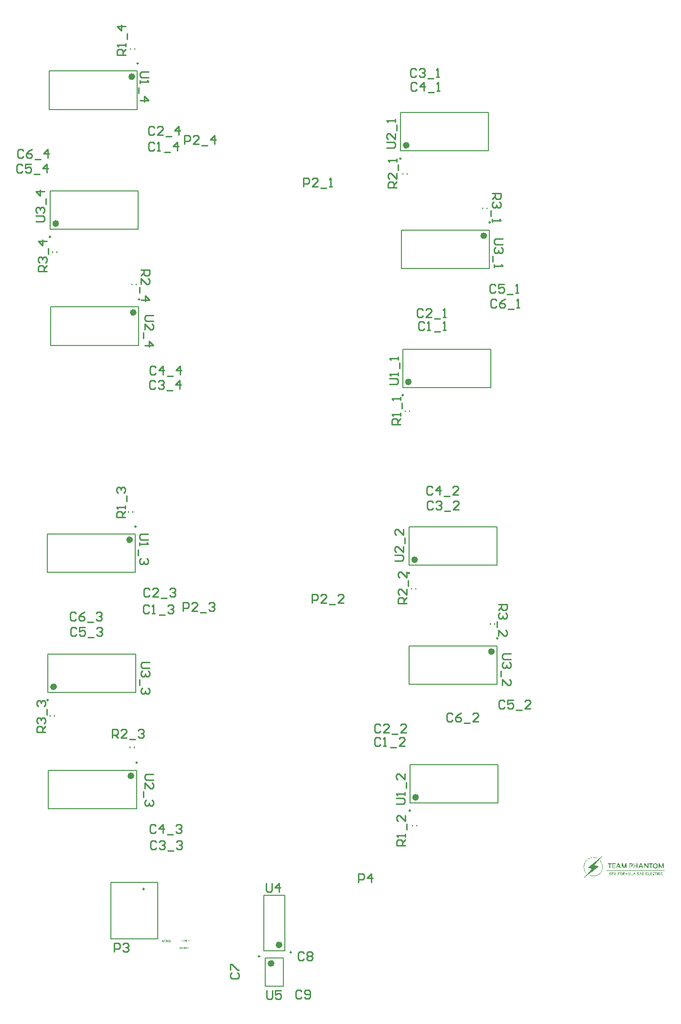
<source format=gto>
G04 Layer_Color=65535*
%FSLAX25Y25*%
%MOIN*%
G70*
G01*
G75*
%ADD17C,0.01000*%
%ADD23C,0.00500*%
%ADD33C,0.02362*%
%ADD34C,0.00984*%
%ADD35C,0.01102*%
%ADD36C,0.00787*%
G36*
X811176Y634304D02*
X811246Y634290D01*
X811260D01*
X811301Y634276D01*
X811371Y634248D01*
X811440Y634207D01*
X811454Y634193D01*
X811482Y634151D01*
X811523Y634096D01*
X811565Y634026D01*
X811579Y634012D01*
X811593Y633957D01*
X811607Y633887D01*
X811621Y633790D01*
Y633776D01*
Y633762D01*
X811607Y633665D01*
X811579Y633554D01*
X811523Y633443D01*
X811510Y633429D01*
X811454Y633374D01*
X811371Y633304D01*
X811246Y633249D01*
X811704Y632402D01*
X811343D01*
X810954Y633221D01*
X810566D01*
Y632402D01*
X810274D01*
Y634318D01*
X811107D01*
X811176Y634304D01*
D02*
G37*
G36*
X816381Y632680D02*
X817339D01*
Y632402D01*
X816104D01*
Y634318D01*
X816381D01*
Y632680D01*
D02*
G37*
G36*
X819185Y632402D02*
X818866D01*
X818727Y632819D01*
X817992D01*
X817853Y632402D01*
X817533D01*
X818241Y634318D01*
X818477D01*
X819185Y632402D01*
D02*
G37*
G36*
X809261Y634318D02*
X809330Y634304D01*
X809344D01*
X809386Y634290D01*
X809441Y634276D01*
X809497Y634234D01*
X809511Y634221D01*
X809552Y634207D01*
X809636Y634123D01*
X809650Y634109D01*
X809663Y634082D01*
X809719Y633998D01*
X809733Y633971D01*
X809761Y633901D01*
X809774Y633874D01*
X809802Y633804D01*
Y633790D01*
Y633762D01*
Y633707D01*
Y633638D01*
Y633624D01*
X809816Y633568D01*
Y633485D01*
Y633374D01*
Y633360D01*
Y633346D01*
Y633277D01*
Y633180D01*
X809802Y633082D01*
Y633068D01*
Y633027D01*
Y632971D01*
Y632916D01*
Y632902D01*
X809788Y632888D01*
X809761Y632805D01*
X809747Y632777D01*
X809719Y632721D01*
Y632708D01*
X809705Y632680D01*
X809636Y632596D01*
X809622Y632583D01*
X809594Y632569D01*
X809552Y632527D01*
X809497Y632485D01*
X809483D01*
X809455Y632458D01*
X809400Y632444D01*
X809330Y632416D01*
X809317D01*
X809275Y632402D01*
X809205Y632388D01*
X809053D01*
X808983Y632402D01*
X808914Y632416D01*
X808900D01*
X808858Y632430D01*
X808747Y632485D01*
X808733Y632499D01*
X808706Y632527D01*
X808609Y632596D01*
X808595Y632610D01*
X808581Y632638D01*
X808525Y632721D01*
X808511Y632735D01*
X808498Y632763D01*
Y632777D01*
X808484Y632805D01*
Y632819D01*
X808470Y632846D01*
Y632860D01*
Y632874D01*
X808456Y632916D01*
Y632930D01*
Y632957D01*
Y633013D01*
X808442Y633082D01*
Y633096D01*
Y633166D01*
X808428Y633249D01*
Y633374D01*
Y633388D01*
Y633402D01*
Y633471D01*
Y633554D01*
X808442Y633638D01*
Y633651D01*
X808456Y633707D01*
Y633749D01*
Y633804D01*
Y633818D01*
X808470Y633832D01*
X808484Y633901D01*
Y633915D01*
X808498Y633929D01*
X808525Y633998D01*
Y634012D01*
X808553Y634040D01*
X808609Y634123D01*
X808622Y634137D01*
X808650Y634165D01*
X808692Y634207D01*
X808747Y634234D01*
X808761Y634248D01*
X808789Y634262D01*
X808845Y634290D01*
X808914Y634304D01*
X808928D01*
X808983Y634318D01*
X809039Y634332D01*
X809192D01*
X809261Y634318D01*
D02*
G37*
G36*
X803931Y634054D02*
X802987D01*
Y633485D01*
X803792D01*
Y633221D01*
X802987D01*
Y632402D01*
X802696D01*
Y634318D01*
X803931D01*
Y634054D01*
D02*
G37*
G36*
X808137D02*
X807207D01*
Y633485D01*
X808012D01*
Y633221D01*
X807207D01*
Y632402D01*
X806915D01*
Y634318D01*
X808137D01*
Y634054D01*
D02*
G37*
G36*
X823446Y632402D02*
X823127D01*
X822988Y632819D01*
X822253D01*
X822114Y632402D01*
X821795D01*
X822503Y634318D01*
X822738D01*
X823446Y632402D01*
D02*
G37*
G36*
X830719Y634054D02*
X829776D01*
Y633499D01*
X830581D01*
Y633235D01*
X829776D01*
Y632680D01*
X830719D01*
Y632402D01*
X829484D01*
Y634318D01*
X830719D01*
Y634054D01*
D02*
G37*
G36*
X833926Y634068D02*
X833398D01*
Y632402D01*
X833107D01*
Y634068D01*
X832579D01*
Y634318D01*
X833926D01*
Y634068D01*
D02*
G37*
G36*
X835161Y634304D02*
X835230Y634290D01*
X835244D01*
X835286Y634276D01*
X835397Y634207D01*
X835411Y634193D01*
X835452Y634151D01*
X835494Y634096D01*
X835536Y634026D01*
X835550Y634012D01*
X835564Y633957D01*
X835577Y633887D01*
X835591Y633790D01*
Y633776D01*
Y633762D01*
X835577Y633665D01*
X835550Y633554D01*
X835494Y633443D01*
X835480Y633429D01*
X835425Y633374D01*
X835341Y633304D01*
X835230Y633249D01*
X835661Y632402D01*
X835328D01*
X834911Y633221D01*
X834550D01*
Y632402D01*
X834259D01*
Y634318D01*
X835078D01*
X835161Y634304D01*
D02*
G37*
G36*
X825001Y634054D02*
X824071D01*
Y633499D01*
X824876D01*
Y633235D01*
X824071D01*
Y632680D01*
X825001D01*
Y632402D01*
X823779D01*
Y634318D01*
X825001D01*
Y634054D01*
D02*
G37*
G36*
X827430D02*
X826500D01*
Y633499D01*
X827305D01*
Y633235D01*
X826500D01*
Y632680D01*
X827430D01*
Y632402D01*
X826208D01*
Y634318D01*
X827430D01*
Y634054D01*
D02*
G37*
G36*
X828138Y632680D02*
X829082D01*
Y632402D01*
X827846D01*
Y634318D01*
X828138D01*
Y632680D01*
D02*
G37*
G36*
X794701Y642535D02*
X794715Y642507D01*
X794756Y642465D01*
X794812Y642396D01*
X794867Y642326D01*
X794937Y642229D01*
X795020Y642118D01*
X795103Y642007D01*
X795298Y641730D01*
X795478Y641410D01*
X795672Y641049D01*
X795839Y640675D01*
Y640661D01*
X795853Y640633D01*
X795881Y640578D01*
X795908Y640494D01*
X795936Y640397D01*
X795978Y640286D01*
X796019Y640161D01*
X796061Y640008D01*
X796144Y639689D01*
X796228Y639328D01*
X796283Y638926D01*
X796325Y638509D01*
Y638495D01*
Y638454D01*
Y638398D01*
Y638315D01*
Y638218D01*
Y638093D01*
Y637954D01*
X796311Y637802D01*
X796283Y637468D01*
X796242Y637094D01*
X796158Y636691D01*
X796061Y636275D01*
Y636261D01*
X796047Y636233D01*
X796033Y636164D01*
X796006Y636094D01*
X795964Y635997D01*
X795922Y635886D01*
X795881Y635747D01*
X795825Y635608D01*
X795686Y635303D01*
X795520Y634970D01*
X795325Y634609D01*
X795089Y634262D01*
X795076Y634248D01*
X795062Y634221D01*
X795020Y634179D01*
X794965Y634109D01*
X794909Y634026D01*
X794826Y633929D01*
X794645Y633721D01*
X794409Y633471D01*
X794132Y633207D01*
X793826Y632930D01*
X793479Y632680D01*
X793466D01*
X793438Y632652D01*
X793382Y632624D01*
X793313Y632583D01*
X793230Y632527D01*
X793132Y632458D01*
X793008Y632388D01*
X792883Y632319D01*
X792577Y632166D01*
X792230Y632014D01*
X791855Y631861D01*
X791453Y631736D01*
X791439D01*
X791384Y631722D01*
X791286Y631694D01*
X791175Y631667D01*
X791037Y631639D01*
X790898Y631611D01*
X790565Y631556D01*
X790551D01*
X790495Y631542D01*
X790398D01*
X790287Y631528D01*
X790162Y631514D01*
X790009D01*
X789676Y631500D01*
X789565D01*
X789440Y631514D01*
X789274D01*
X789066Y631528D01*
X788857Y631556D01*
X788621Y631583D01*
X788372Y631625D01*
X788344D01*
X788261Y631653D01*
X788136Y631680D01*
X787969Y631722D01*
X787775Y631778D01*
X787567Y631847D01*
X787109Y632014D01*
X787219Y632305D01*
X787233D01*
X787261Y632291D01*
X787317Y632263D01*
X787400Y632236D01*
X787497Y632194D01*
X787608Y632166D01*
X787733Y632125D01*
X787872Y632083D01*
X788191Y631986D01*
X788552Y631903D01*
X788927Y631847D01*
X789329Y631805D01*
X789995D01*
X790301Y631833D01*
X790662Y631875D01*
X791037Y631930D01*
X791411Y632027D01*
X791425D01*
X791453Y632041D01*
X791508Y632055D01*
X791578Y632083D01*
X791675Y632111D01*
X791772Y632152D01*
X792022Y632249D01*
X792313Y632374D01*
X792633Y632527D01*
X792966Y632721D01*
X793299Y632930D01*
X793313Y632943D01*
X793341Y632957D01*
X793382Y632985D01*
X793452Y633041D01*
X793521Y633096D01*
X793618Y633166D01*
X793826Y633346D01*
X794062Y633568D01*
X794326Y633818D01*
X794590Y634109D01*
X794840Y634443D01*
X794853Y634456D01*
X794867Y634484D01*
X794909Y634540D01*
X794951Y634595D01*
X795006Y634679D01*
X795062Y634790D01*
X795131Y634901D01*
X795200Y635026D01*
X795353Y635317D01*
X795520Y635650D01*
X795659Y635997D01*
X795784Y636386D01*
Y636400D01*
X795797Y636427D01*
X795811Y636483D01*
X795825Y636566D01*
X795853Y636663D01*
X795881Y636774D01*
X795908Y636899D01*
X795936Y637038D01*
X795978Y637344D01*
X796019Y637704D01*
X796033Y638065D01*
Y638454D01*
Y638468D01*
Y638495D01*
Y638551D01*
X796019Y638634D01*
X796006Y638731D01*
Y638842D01*
X795978Y638967D01*
X795964Y639106D01*
X795908Y639412D01*
X795825Y639759D01*
X795728Y640133D01*
X795589Y640508D01*
Y640522D01*
X795575Y640550D01*
X795547Y640605D01*
X795520Y640675D01*
X795478Y640772D01*
X795423Y640869D01*
X795298Y641119D01*
X795145Y641396D01*
X794951Y641702D01*
X794715Y642021D01*
X794451Y642340D01*
X794687Y642549D01*
X794701Y642535D01*
D02*
G37*
G36*
X503353Y582424D02*
X503372D01*
X503416Y582419D01*
X503464Y582412D01*
X503515Y582401D01*
X503570Y582387D01*
X503623Y582369D01*
X503626D01*
X503630Y582366D01*
X503637Y582364D01*
X503647Y582359D01*
X503672Y582345D01*
X503704Y582329D01*
X503739Y582306D01*
X503776Y582278D01*
X503811Y582248D01*
X503843Y582211D01*
X503848Y582207D01*
X503857Y582193D01*
X503871Y582172D01*
X503889Y582142D01*
X503908Y582105D01*
X503928Y582059D01*
X503949Y582008D01*
X503965Y581950D01*
X503774Y581900D01*
Y581902D01*
X503771Y581904D01*
X503769Y581911D01*
X503767Y581920D01*
X503760Y581941D01*
X503751Y581969D01*
X503737Y582001D01*
X503721Y582031D01*
X503704Y582064D01*
X503684Y582091D01*
X503681Y582094D01*
X503674Y582103D01*
X503660Y582114D01*
X503644Y582131D01*
X503623Y582149D01*
X503596Y582167D01*
X503566Y582186D01*
X503531Y582202D01*
X503526Y582204D01*
X503515Y582209D01*
X503494Y582216D01*
X503466Y582225D01*
X503434Y582232D01*
X503397Y582239D01*
X503356Y582244D01*
X503312Y582246D01*
X503286D01*
X503275Y582244D01*
X503261D01*
X503226Y582241D01*
X503187Y582234D01*
X503143Y582228D01*
X503101Y582216D01*
X503060Y582200D01*
X503055Y582198D01*
X503041Y582193D01*
X503023Y582181D01*
X503000Y582170D01*
X502972Y582151D01*
X502942Y582133D01*
X502914Y582110D01*
X502889Y582084D01*
X502887Y582082D01*
X502877Y582073D01*
X502866Y582057D01*
X502852Y582038D01*
X502836Y582015D01*
X502820Y581987D01*
X502803Y581957D01*
X502787Y581925D01*
Y581923D01*
X502785Y581918D01*
X502783Y581911D01*
X502778Y581900D01*
X502773Y581886D01*
X502769Y581870D01*
X502762Y581851D01*
X502757Y581830D01*
X502746Y581782D01*
X502736Y581726D01*
X502730Y581669D01*
X502727Y581604D01*
Y581602D01*
Y581595D01*
Y581583D01*
X502730Y581569D01*
Y581551D01*
X502732Y581528D01*
X502734Y581505D01*
X502736Y581479D01*
X502746Y581421D01*
X502757Y581361D01*
X502776Y581301D01*
X502799Y581244D01*
Y581241D01*
X502803Y581237D01*
X502806Y581230D01*
X502813Y581220D01*
X502829Y581195D01*
X502854Y581163D01*
X502884Y581128D01*
X502921Y581093D01*
X502965Y581061D01*
X503014Y581031D01*
X503016D01*
X503021Y581029D01*
X503027Y581024D01*
X503039Y581019D01*
X503051Y581015D01*
X503067Y581010D01*
X503104Y580996D01*
X503150Y580985D01*
X503201Y580973D01*
X503256Y580964D01*
X503314Y580962D01*
X503337D01*
X503351Y580964D01*
X503365D01*
X503399Y580969D01*
X503441Y580973D01*
X503485Y580982D01*
X503533Y580996D01*
X503582Y581012D01*
X503584D01*
X503589Y581015D01*
X503593Y581017D01*
X503603Y581022D01*
X503628Y581033D01*
X503656Y581047D01*
X503688Y581063D01*
X503723Y581082D01*
X503755Y581103D01*
X503783Y581126D01*
Y581426D01*
X503312D01*
Y581615D01*
X503991D01*
Y581022D01*
X503989Y581019D01*
X503984Y581017D01*
X503975Y581010D01*
X503963Y581001D01*
X503949Y580992D01*
X503933Y580980D01*
X503912Y580966D01*
X503891Y580953D01*
X503843Y580922D01*
X503788Y580890D01*
X503730Y580860D01*
X503667Y580835D01*
X503665D01*
X503660Y580832D01*
X503651Y580830D01*
X503640Y580825D01*
X503623Y580821D01*
X503605Y580814D01*
X503584Y580809D01*
X503563Y580805D01*
X503513Y580793D01*
X503455Y580782D01*
X503393Y580775D01*
X503328Y580772D01*
X503305D01*
X503289Y580775D01*
X503268D01*
X503242Y580777D01*
X503215Y580782D01*
X503185Y580784D01*
X503118Y580798D01*
X503046Y580814D01*
X502972Y580839D01*
X502935Y580853D01*
X502898Y580872D01*
X502896Y580874D01*
X502889Y580876D01*
X502880Y580883D01*
X502866Y580890D01*
X502850Y580902D01*
X502834Y580913D01*
X502790Y580945D01*
X502743Y580987D01*
X502695Y581038D01*
X502649Y581096D01*
X502607Y581163D01*
Y581165D01*
X502602Y581172D01*
X502598Y581181D01*
X502591Y581197D01*
X502584Y581214D01*
X502577Y581237D01*
X502568Y581260D01*
X502559Y581287D01*
X502549Y581317D01*
X502540Y581352D01*
X502533Y581387D01*
X502526Y581424D01*
X502515Y581505D01*
X502510Y581590D01*
Y581592D01*
Y581602D01*
Y581613D01*
X502512Y581629D01*
Y581650D01*
X502515Y581675D01*
X502519Y581701D01*
X502522Y581731D01*
X502528Y581763D01*
X502533Y581798D01*
X502552Y581872D01*
X502575Y581948D01*
X502607Y582024D01*
X502609Y582027D01*
X502612Y582033D01*
X502616Y582043D01*
X502626Y582057D01*
X502635Y582075D01*
X502646Y582094D01*
X502679Y582137D01*
X502718Y582188D01*
X502767Y582237D01*
X502822Y582285D01*
X502854Y582306D01*
X502887Y582327D01*
X502889Y582329D01*
X502896Y582332D01*
X502905Y582336D01*
X502919Y582343D01*
X502937Y582350D01*
X502958Y582359D01*
X502981Y582369D01*
X503009Y582378D01*
X503039Y582387D01*
X503071Y582394D01*
X503106Y582403D01*
X503143Y582410D01*
X503224Y582422D01*
X503265Y582426D01*
X503339D01*
X503353Y582424D01*
D02*
G37*
G36*
X502156Y587396D02*
X502202Y587394D01*
X502248Y587389D01*
X502295Y587382D01*
X502334Y587375D01*
X502336D01*
X502341Y587373D01*
X502348D01*
X502357Y587368D01*
X502382Y587362D01*
X502415Y587350D01*
X502452Y587334D01*
X502491Y587313D01*
X502530Y587290D01*
X502567Y587260D01*
X502569Y587258D01*
X502572Y587255D01*
X502579Y587248D01*
X502588Y587241D01*
X502611Y587218D01*
X502639Y587186D01*
X502669Y587147D01*
X502701Y587101D01*
X502731Y587047D01*
X502757Y586987D01*
Y586985D01*
X502759Y586980D01*
X502764Y586971D01*
X502766Y586957D01*
X502773Y586941D01*
X502777Y586923D01*
X502782Y586902D01*
X502789Y586876D01*
X502796Y586851D01*
X502801Y586821D01*
X502812Y586756D01*
X502819Y586685D01*
X502821Y586606D01*
Y586604D01*
Y586599D01*
Y586588D01*
Y586576D01*
X502819Y586560D01*
Y586542D01*
X502817Y586498D01*
X502810Y586447D01*
X502803Y586394D01*
X502791Y586338D01*
X502777Y586283D01*
Y586280D01*
X502775Y586276D01*
X502773Y586269D01*
X502771Y586260D01*
X502761Y586234D01*
X502747Y586202D01*
X502734Y586165D01*
X502715Y586128D01*
X502692Y586089D01*
X502669Y586052D01*
X502667Y586047D01*
X502657Y586036D01*
X502643Y586019D01*
X502625Y585999D01*
X502604Y585976D01*
X502579Y585953D01*
X502553Y585927D01*
X502523Y585906D01*
X502519Y585904D01*
X502509Y585897D01*
X502493Y585888D01*
X502470Y585876D01*
X502443Y585862D01*
X502410Y585851D01*
X502373Y585837D01*
X502332Y585825D01*
X502327D01*
X502320Y585823D01*
X502313Y585821D01*
X502290Y585818D01*
X502258Y585814D01*
X502221Y585809D01*
X502177Y585805D01*
X502128Y585802D01*
X502075Y585800D01*
X501500D01*
Y587398D01*
X502114D01*
X502156Y587396D01*
D02*
G37*
G36*
X507118D02*
X507164Y587394D01*
X507210Y587389D01*
X507257Y587382D01*
X507296Y587375D01*
X507298D01*
X507303Y587373D01*
X507310D01*
X507319Y587368D01*
X507344Y587362D01*
X507377Y587350D01*
X507414Y587334D01*
X507453Y587313D01*
X507492Y587290D01*
X507529Y587260D01*
X507531Y587258D01*
X507534Y587255D01*
X507541Y587248D01*
X507550Y587241D01*
X507573Y587218D01*
X507601Y587186D01*
X507631Y587147D01*
X507663Y587101D01*
X507693Y587047D01*
X507719Y586987D01*
Y586985D01*
X507721Y586980D01*
X507725Y586971D01*
X507728Y586957D01*
X507735Y586941D01*
X507739Y586923D01*
X507744Y586902D01*
X507751Y586876D01*
X507758Y586851D01*
X507762Y586821D01*
X507774Y586756D01*
X507781Y586685D01*
X507783Y586606D01*
Y586604D01*
Y586599D01*
Y586588D01*
Y586576D01*
X507781Y586560D01*
Y586542D01*
X507779Y586498D01*
X507772Y586447D01*
X507765Y586394D01*
X507753Y586338D01*
X507739Y586283D01*
Y586280D01*
X507737Y586276D01*
X507735Y586269D01*
X507732Y586260D01*
X507723Y586234D01*
X507709Y586202D01*
X507695Y586165D01*
X507677Y586128D01*
X507654Y586089D01*
X507631Y586052D01*
X507628Y586047D01*
X507619Y586036D01*
X507605Y586019D01*
X507587Y585999D01*
X507566Y585976D01*
X507541Y585953D01*
X507515Y585927D01*
X507485Y585906D01*
X507481Y585904D01*
X507471Y585897D01*
X507455Y585888D01*
X507432Y585876D01*
X507404Y585862D01*
X507372Y585851D01*
X507335Y585837D01*
X507294Y585825D01*
X507289D01*
X507282Y585823D01*
X507275Y585821D01*
X507252Y585818D01*
X507220Y585814D01*
X507183Y585809D01*
X507139Y585805D01*
X507090Y585802D01*
X507037Y585800D01*
X506462D01*
Y587398D01*
X507076D01*
X507118Y587396D01*
D02*
G37*
G36*
X502395Y580800D02*
X502154D01*
X501967Y581285D01*
X501297D01*
X501124Y580800D01*
X500900D01*
X501510Y582399D01*
X501741D01*
X502395Y580800D01*
D02*
G37*
G36*
X506571Y582396D02*
X506617Y582394D01*
X506664Y582389D01*
X506710Y582382D01*
X506749Y582375D01*
X506751D01*
X506756Y582373D01*
X506763D01*
X506772Y582369D01*
X506797Y582362D01*
X506830Y582350D01*
X506867Y582334D01*
X506906Y582313D01*
X506945Y582290D01*
X506982Y582260D01*
X506985Y582258D01*
X506987Y582255D01*
X506994Y582248D01*
X507003Y582241D01*
X507026Y582218D01*
X507054Y582186D01*
X507084Y582147D01*
X507116Y582100D01*
X507146Y582047D01*
X507172Y581987D01*
Y581985D01*
X507174Y581980D01*
X507179Y581971D01*
X507181Y581957D01*
X507188Y581941D01*
X507192Y581923D01*
X507197Y581902D01*
X507204Y581877D01*
X507211Y581851D01*
X507215Y581821D01*
X507227Y581756D01*
X507234Y581685D01*
X507236Y581606D01*
Y581604D01*
Y581599D01*
Y581588D01*
Y581576D01*
X507234Y581560D01*
Y581541D01*
X507232Y581498D01*
X507225Y581447D01*
X507218Y581394D01*
X507206Y581338D01*
X507192Y581283D01*
Y581281D01*
X507190Y581276D01*
X507188Y581269D01*
X507186Y581260D01*
X507176Y581234D01*
X507162Y581202D01*
X507149Y581165D01*
X507130Y581128D01*
X507107Y581089D01*
X507084Y581052D01*
X507082Y581047D01*
X507072Y581036D01*
X507058Y581019D01*
X507040Y580999D01*
X507019Y580976D01*
X506994Y580953D01*
X506968Y580927D01*
X506938Y580906D01*
X506934Y580904D01*
X506924Y580897D01*
X506908Y580888D01*
X506885Y580876D01*
X506857Y580862D01*
X506825Y580851D01*
X506788Y580837D01*
X506747Y580825D01*
X506742D01*
X506735Y580823D01*
X506728Y580821D01*
X506705Y580819D01*
X506673Y580814D01*
X506636Y580809D01*
X506592Y580805D01*
X506543Y580802D01*
X506490Y580800D01*
X505915D01*
Y582399D01*
X506530D01*
X506571Y582396D01*
D02*
G37*
G36*
X505559Y580800D02*
X505340D01*
X504504Y582054D01*
Y580800D01*
X504300D01*
Y582399D01*
X504518D01*
X505356Y581142D01*
Y582399D01*
X505559D01*
Y580800D01*
D02*
G37*
G36*
X506106Y585800D02*
X505887D01*
X505051Y587054D01*
Y585800D01*
X504847D01*
Y587398D01*
X505064D01*
X505903Y586142D01*
Y587398D01*
X506106D01*
Y585800D01*
D02*
G37*
G36*
X493259Y585600D02*
X493040D01*
X492204Y586854D01*
Y585600D01*
X492000D01*
Y587198D01*
X492217D01*
X493056Y585942D01*
Y587198D01*
X493259D01*
Y585600D01*
D02*
G37*
G36*
X491053Y587224D02*
X491072D01*
X491116Y587219D01*
X491164Y587212D01*
X491215Y587201D01*
X491270Y587187D01*
X491324Y587169D01*
X491326D01*
X491330Y587166D01*
X491337Y587164D01*
X491347Y587159D01*
X491372Y587145D01*
X491404Y587129D01*
X491439Y587106D01*
X491476Y587078D01*
X491511Y587048D01*
X491543Y587011D01*
X491548Y587007D01*
X491557Y586993D01*
X491571Y586972D01*
X491589Y586942D01*
X491608Y586905D01*
X491628Y586859D01*
X491649Y586808D01*
X491665Y586750D01*
X491474Y586700D01*
Y586702D01*
X491471Y586704D01*
X491469Y586711D01*
X491467Y586720D01*
X491460Y586741D01*
X491451Y586769D01*
X491437Y586801D01*
X491421Y586831D01*
X491404Y586864D01*
X491384Y586891D01*
X491381Y586894D01*
X491374Y586903D01*
X491361Y586914D01*
X491344Y586931D01*
X491324Y586949D01*
X491296Y586968D01*
X491266Y586986D01*
X491231Y587002D01*
X491226Y587005D01*
X491215Y587009D01*
X491194Y587016D01*
X491166Y587025D01*
X491134Y587032D01*
X491097Y587039D01*
X491055Y587044D01*
X491012Y587046D01*
X490986D01*
X490975Y587044D01*
X490961D01*
X490926Y587041D01*
X490887Y587035D01*
X490843Y587028D01*
X490801Y587016D01*
X490760Y587000D01*
X490755Y586998D01*
X490741Y586993D01*
X490723Y586981D01*
X490700Y586970D01*
X490672Y586951D01*
X490642Y586933D01*
X490614Y586910D01*
X490589Y586884D01*
X490587Y586882D01*
X490577Y586873D01*
X490566Y586857D01*
X490552Y586838D01*
X490536Y586815D01*
X490520Y586787D01*
X490503Y586757D01*
X490487Y586725D01*
Y586723D01*
X490485Y586718D01*
X490483Y586711D01*
X490478Y586700D01*
X490473Y586686D01*
X490469Y586669D01*
X490462Y586651D01*
X490457Y586630D01*
X490446Y586582D01*
X490436Y586526D01*
X490429Y586469D01*
X490427Y586404D01*
Y586402D01*
Y586395D01*
Y586383D01*
X490429Y586369D01*
Y586351D01*
X490432Y586328D01*
X490434Y586305D01*
X490436Y586279D01*
X490446Y586221D01*
X490457Y586161D01*
X490476Y586101D01*
X490499Y586044D01*
Y586041D01*
X490503Y586037D01*
X490506Y586030D01*
X490513Y586020D01*
X490529Y585995D01*
X490554Y585963D01*
X490584Y585928D01*
X490621Y585893D01*
X490665Y585861D01*
X490714Y585831D01*
X490716D01*
X490721Y585829D01*
X490728Y585824D01*
X490739Y585819D01*
X490751Y585815D01*
X490767Y585810D01*
X490804Y585796D01*
X490850Y585785D01*
X490901Y585773D01*
X490956Y585764D01*
X491014Y585762D01*
X491037D01*
X491051Y585764D01*
X491065D01*
X491099Y585769D01*
X491141Y585773D01*
X491185Y585782D01*
X491233Y585796D01*
X491282Y585813D01*
X491284D01*
X491289Y585815D01*
X491293Y585817D01*
X491303Y585822D01*
X491328Y585833D01*
X491356Y585847D01*
X491388Y585863D01*
X491423Y585882D01*
X491455Y585903D01*
X491483Y585926D01*
Y586226D01*
X491012D01*
Y586415D01*
X491691D01*
Y585822D01*
X491688Y585819D01*
X491684Y585817D01*
X491675Y585810D01*
X491663Y585801D01*
X491649Y585792D01*
X491633Y585780D01*
X491612Y585766D01*
X491591Y585752D01*
X491543Y585722D01*
X491488Y585690D01*
X491430Y585660D01*
X491367Y585635D01*
X491365D01*
X491361Y585632D01*
X491351Y585630D01*
X491340Y585625D01*
X491324Y585621D01*
X491305Y585614D01*
X491284Y585609D01*
X491263Y585605D01*
X491213Y585593D01*
X491155Y585581D01*
X491092Y585575D01*
X491028Y585572D01*
X491005D01*
X490988Y585575D01*
X490968D01*
X490942Y585577D01*
X490915Y585581D01*
X490885Y585584D01*
X490818Y585598D01*
X490746Y585614D01*
X490672Y585639D01*
X490635Y585653D01*
X490598Y585672D01*
X490596Y585674D01*
X490589Y585676D01*
X490580Y585683D01*
X490566Y585690D01*
X490550Y585702D01*
X490533Y585713D01*
X490490Y585745D01*
X490443Y585787D01*
X490395Y585838D01*
X490349Y585896D01*
X490307Y585963D01*
Y585965D01*
X490303Y585972D01*
X490298Y585981D01*
X490291Y585997D01*
X490284Y586014D01*
X490277Y586037D01*
X490268Y586060D01*
X490259Y586087D01*
X490249Y586117D01*
X490240Y586152D01*
X490233Y586187D01*
X490226Y586224D01*
X490215Y586305D01*
X490210Y586390D01*
Y586392D01*
Y586402D01*
Y586413D01*
X490212Y586429D01*
Y586450D01*
X490215Y586476D01*
X490219Y586501D01*
X490222Y586531D01*
X490229Y586563D01*
X490233Y586598D01*
X490252Y586672D01*
X490275Y586748D01*
X490307Y586824D01*
X490309Y586827D01*
X490312Y586833D01*
X490316Y586843D01*
X490326Y586857D01*
X490335Y586875D01*
X490346Y586894D01*
X490379Y586938D01*
X490418Y586988D01*
X490466Y587037D01*
X490522Y587085D01*
X490554Y587106D01*
X490587Y587127D01*
X490589Y587129D01*
X490596Y587132D01*
X490605Y587136D01*
X490619Y587143D01*
X490637Y587150D01*
X490658Y587159D01*
X490681Y587169D01*
X490709Y587178D01*
X490739Y587187D01*
X490771Y587194D01*
X490806Y587203D01*
X490843Y587210D01*
X490924Y587222D01*
X490965Y587226D01*
X491039D01*
X491053Y587224D01*
D02*
G37*
G36*
X795839Y645533D02*
X795853Y645491D01*
X795867Y645477D01*
X795881Y645463D01*
X795867Y645449D01*
X795853Y645435D01*
X795811Y645394D01*
X795770Y645338D01*
X795631Y645186D01*
X795450Y644991D01*
X795242Y644755D01*
X795020Y644492D01*
X794770Y644214D01*
X794507Y643923D01*
X794493Y643909D01*
X794479Y643895D01*
X794437Y643853D01*
X794395Y643798D01*
X794257Y643645D01*
X794076Y643451D01*
X793882Y643215D01*
X793646Y642951D01*
X793396Y642673D01*
X793146Y642382D01*
X793132Y642368D01*
X793118Y642354D01*
X793077Y642312D01*
X793035Y642257D01*
X792896Y642104D01*
X792716Y641910D01*
X792508Y641674D01*
X792272Y641410D01*
X792022Y641133D01*
X791758Y640841D01*
X791744Y640827D01*
X791730Y640813D01*
X791689Y640772D01*
X791647Y640716D01*
X791508Y640564D01*
X791328Y640369D01*
X791120Y640133D01*
X790884Y639870D01*
X790634Y639592D01*
X790370Y639301D01*
X790384D01*
X790412Y639287D01*
X790454Y639273D01*
X790509Y639259D01*
X790579Y639245D01*
X790676Y639217D01*
X790884Y639162D01*
X791134Y639092D01*
X791397Y639023D01*
X791689Y638940D01*
X791994Y638856D01*
X792008D01*
X792036Y638842D01*
X792077D01*
X792133Y638815D01*
X792202Y638801D01*
X792300Y638773D01*
X792508Y638731D01*
X792744Y638662D01*
X793021Y638593D01*
X793327Y638509D01*
X793632Y638426D01*
X793618Y638412D01*
X793563Y638371D01*
X793493Y638329D01*
X793424Y638273D01*
X793410Y638260D01*
X793368Y638232D01*
X793313Y638176D01*
X793243Y638121D01*
X793230Y638107D01*
X793188Y638079D01*
X793118Y638024D01*
X793035Y637968D01*
X792924Y637885D01*
X792785Y637788D01*
X792633Y637677D01*
X792466Y637552D01*
X792286Y637413D01*
X792091Y637274D01*
X791675Y636955D01*
X791231Y636622D01*
X790773Y636275D01*
X790759Y636261D01*
X790717Y636233D01*
X790648Y636178D01*
X790565Y636122D01*
X790454Y636039D01*
X790329Y635942D01*
X790176Y635831D01*
X790009Y635706D01*
X789843Y635567D01*
X789648Y635428D01*
X789232Y635109D01*
X788788Y634776D01*
X788330Y634429D01*
X788316Y634415D01*
X788274Y634387D01*
X788205Y634345D01*
X788122Y634276D01*
X788011Y634193D01*
X787886Y634096D01*
X787733Y633985D01*
X787567Y633860D01*
X787386Y633721D01*
X787192Y633582D01*
X786789Y633277D01*
X786345Y632943D01*
X785887Y632596D01*
X785873Y632583D01*
X785831Y632555D01*
X785762Y632499D01*
X785679Y632444D01*
X785568Y632361D01*
X785429Y632249D01*
X785290Y632138D01*
X785124Y632014D01*
X784943Y631889D01*
X784749Y631736D01*
X784333Y631431D01*
X783888Y631098D01*
X783430Y630764D01*
X783416Y630751D01*
X783389Y630723D01*
X783333Y630667D01*
X783264Y630612D01*
X783250Y630598D01*
X783208Y630584D01*
X783167Y630570D01*
X783153Y630584D01*
X783139Y630598D01*
Y630612D01*
X783125Y630653D01*
X783139Y630695D01*
X783194Y630751D01*
X783208Y630764D01*
X783264Y630792D01*
X783305Y630834D01*
X783361Y630875D01*
Y630889D01*
X783389Y630903D01*
X783458Y630973D01*
X783569Y631098D01*
X783708Y631250D01*
X783874Y631431D01*
X784069Y631639D01*
X784277Y631861D01*
X784485Y632083D01*
Y632097D01*
X784513Y632111D01*
X784582Y632180D01*
X784693Y632305D01*
X784832Y632458D01*
X784999Y632638D01*
X785193Y632832D01*
X785387Y633055D01*
X785596Y633277D01*
Y633290D01*
X785623Y633304D01*
X785693Y633374D01*
X785804Y633499D01*
X785943Y633651D01*
X786109Y633832D01*
X786303Y634040D01*
X786512Y634262D01*
X786720Y634484D01*
Y634498D01*
X786748Y634512D01*
X786817Y634581D01*
X786928Y634706D01*
X787067Y634859D01*
X787233Y635039D01*
X787428Y635234D01*
X787636Y635456D01*
X787844Y635678D01*
X787858Y635692D01*
X787886Y635719D01*
X787927Y635761D01*
X787983Y635831D01*
X788108Y635969D01*
X788274Y636136D01*
X788288Y636150D01*
X788316Y636178D01*
X788358Y636219D01*
X788413Y636289D01*
X788552Y636455D01*
X788705Y636650D01*
X788691D01*
X788677Y636663D01*
X788594Y636691D01*
X788455Y636733D01*
X788288Y636788D01*
X788080Y636858D01*
X787858Y636941D01*
X787622Y637010D01*
X787372Y637094D01*
X787358D01*
X787344Y637108D01*
X787261Y637135D01*
X787136Y637177D01*
X786956Y637232D01*
X786762Y637302D01*
X786539Y637385D01*
X786290Y637468D01*
X786040Y637552D01*
X786054Y637566D01*
X786095Y637593D01*
X786165Y637649D01*
X786248Y637732D01*
X786359Y637815D01*
X786498Y637926D01*
X786650Y638051D01*
X786817Y638190D01*
X786997Y638329D01*
X787192Y638495D01*
X787608Y638829D01*
X788052Y639189D01*
X788510Y639564D01*
X788524Y639578D01*
X788566Y639606D01*
X788635Y639661D01*
X788719Y639731D01*
X788830Y639828D01*
X788968Y639925D01*
X789121Y640050D01*
X789288Y640189D01*
X789454Y640328D01*
X789648Y640480D01*
X790065Y640813D01*
X790509Y641174D01*
X790967Y641549D01*
X790981Y641563D01*
X791023Y641591D01*
X791092Y641646D01*
X791175Y641730D01*
X791286Y641813D01*
X791411Y641924D01*
X791564Y642049D01*
X791730Y642188D01*
X791911Y642326D01*
X792091Y642493D01*
X792508Y642826D01*
X792952Y643187D01*
X793396Y643562D01*
X793410Y643576D01*
X793452Y643603D01*
X793521Y643659D01*
X793604Y643728D01*
X793715Y643825D01*
X793854Y643923D01*
X793993Y644047D01*
X794160Y644186D01*
X794340Y644325D01*
X794534Y644478D01*
X794937Y644811D01*
X795381Y645172D01*
X795839Y645547D01*
Y645533D01*
D02*
G37*
G36*
X503900Y587424D02*
X503919D01*
X503963Y587419D01*
X504011Y587412D01*
X504062Y587401D01*
X504117Y587387D01*
X504170Y587368D01*
X504173D01*
X504177Y587366D01*
X504184Y587364D01*
X504193Y587359D01*
X504219Y587345D01*
X504251Y587329D01*
X504286Y587306D01*
X504323Y587278D01*
X504357Y587248D01*
X504390Y587211D01*
X504394Y587207D01*
X504404Y587193D01*
X504418Y587172D01*
X504436Y587142D01*
X504455Y587105D01*
X504475Y587059D01*
X504496Y587008D01*
X504512Y586950D01*
X504320Y586900D01*
Y586902D01*
X504318Y586904D01*
X504316Y586911D01*
X504314Y586920D01*
X504307Y586941D01*
X504297Y586969D01*
X504284Y587001D01*
X504267Y587031D01*
X504251Y587064D01*
X504230Y587091D01*
X504228Y587094D01*
X504221Y587103D01*
X504207Y587114D01*
X504191Y587131D01*
X504170Y587149D01*
X504143Y587168D01*
X504113Y587186D01*
X504078Y587202D01*
X504073Y587205D01*
X504062Y587209D01*
X504041Y587216D01*
X504013Y587225D01*
X503981Y587232D01*
X503944Y587239D01*
X503902Y587244D01*
X503859Y587246D01*
X503833D01*
X503822Y587244D01*
X503808D01*
X503773Y587241D01*
X503734Y587234D01*
X503690Y587228D01*
X503648Y587216D01*
X503607Y587200D01*
X503602Y587197D01*
X503588Y587193D01*
X503570Y587181D01*
X503547Y587170D01*
X503519Y587151D01*
X503489Y587133D01*
X503461Y587110D01*
X503436Y587084D01*
X503434Y587082D01*
X503424Y587073D01*
X503413Y587057D01*
X503399Y587038D01*
X503383Y587015D01*
X503367Y586987D01*
X503350Y586957D01*
X503334Y586925D01*
Y586923D01*
X503332Y586918D01*
X503330Y586911D01*
X503325Y586900D01*
X503320Y586886D01*
X503316Y586869D01*
X503309Y586851D01*
X503304Y586830D01*
X503293Y586782D01*
X503283Y586726D01*
X503276Y586669D01*
X503274Y586604D01*
Y586602D01*
Y586595D01*
Y586583D01*
X503276Y586569D01*
Y586551D01*
X503279Y586528D01*
X503281Y586505D01*
X503283Y586479D01*
X503293Y586421D01*
X503304Y586361D01*
X503323Y586301D01*
X503346Y586243D01*
Y586241D01*
X503350Y586237D01*
X503353Y586230D01*
X503360Y586220D01*
X503376Y586195D01*
X503401Y586163D01*
X503431Y586128D01*
X503468Y586093D01*
X503512Y586061D01*
X503560Y586031D01*
X503563D01*
X503568Y586029D01*
X503574Y586024D01*
X503586Y586019D01*
X503597Y586015D01*
X503614Y586010D01*
X503651Y585996D01*
X503697Y585985D01*
X503748Y585973D01*
X503803Y585964D01*
X503861Y585962D01*
X503884D01*
X503898Y585964D01*
X503912D01*
X503946Y585969D01*
X503988Y585973D01*
X504032Y585983D01*
X504080Y585996D01*
X504129Y586013D01*
X504131D01*
X504136Y586015D01*
X504140Y586017D01*
X504150Y586022D01*
X504175Y586033D01*
X504203Y586047D01*
X504235Y586063D01*
X504270Y586082D01*
X504302Y586103D01*
X504330Y586126D01*
Y586426D01*
X503859D01*
Y586615D01*
X504538D01*
Y586022D01*
X504535Y586019D01*
X504531Y586017D01*
X504522Y586010D01*
X504510Y586001D01*
X504496Y585992D01*
X504480Y585980D01*
X504459Y585966D01*
X504438Y585953D01*
X504390Y585922D01*
X504334Y585890D01*
X504277Y585860D01*
X504214Y585835D01*
X504212D01*
X504207Y585832D01*
X504198Y585830D01*
X504186Y585825D01*
X504170Y585821D01*
X504152Y585814D01*
X504131Y585809D01*
X504110Y585805D01*
X504060Y585793D01*
X504002Y585781D01*
X503939Y585775D01*
X503875Y585772D01*
X503852D01*
X503835Y585775D01*
X503815D01*
X503789Y585777D01*
X503761Y585781D01*
X503731Y585784D01*
X503664Y585798D01*
X503593Y585814D01*
X503519Y585839D01*
X503482Y585853D01*
X503445Y585872D01*
X503443Y585874D01*
X503436Y585876D01*
X503427Y585883D01*
X503413Y585890D01*
X503397Y585902D01*
X503380Y585913D01*
X503336Y585946D01*
X503290Y585987D01*
X503242Y586038D01*
X503195Y586096D01*
X503154Y586163D01*
Y586165D01*
X503149Y586172D01*
X503145Y586181D01*
X503138Y586197D01*
X503131Y586213D01*
X503124Y586237D01*
X503115Y586260D01*
X503105Y586287D01*
X503096Y586317D01*
X503087Y586352D01*
X503080Y586387D01*
X503073Y586424D01*
X503062Y586505D01*
X503057Y586590D01*
Y586592D01*
Y586602D01*
Y586613D01*
X503059Y586629D01*
Y586650D01*
X503062Y586676D01*
X503066Y586701D01*
X503068Y586731D01*
X503075Y586763D01*
X503080Y586798D01*
X503098Y586872D01*
X503122Y586948D01*
X503154Y587024D01*
X503156Y587027D01*
X503159Y587034D01*
X503163Y587043D01*
X503172Y587057D01*
X503182Y587075D01*
X503193Y587094D01*
X503226Y587138D01*
X503265Y587188D01*
X503313Y587237D01*
X503369Y587285D01*
X503401Y587306D01*
X503434Y587327D01*
X503436Y587329D01*
X503443Y587331D01*
X503452Y587336D01*
X503466Y587343D01*
X503484Y587350D01*
X503505Y587359D01*
X503528Y587368D01*
X503556Y587378D01*
X503586Y587387D01*
X503618Y587394D01*
X503653Y587403D01*
X503690Y587410D01*
X503771Y587422D01*
X503812Y587426D01*
X503886D01*
X503900Y587424D01*
D02*
G37*
G36*
X490095Y585600D02*
X489854D01*
X489667Y586085D01*
X488997D01*
X488824Y585600D01*
X488600D01*
X489210Y587198D01*
X489441D01*
X490095Y585600D01*
D02*
G37*
G36*
X494271Y587196D02*
X494317Y587194D01*
X494363Y587189D01*
X494410Y587182D01*
X494449Y587175D01*
X494451D01*
X494456Y587173D01*
X494463D01*
X494472Y587169D01*
X494497Y587162D01*
X494530Y587150D01*
X494567Y587134D01*
X494606Y587113D01*
X494645Y587090D01*
X494682Y587060D01*
X494685Y587058D01*
X494687Y587055D01*
X494694Y587048D01*
X494703Y587041D01*
X494726Y587018D01*
X494754Y586986D01*
X494784Y586947D01*
X494816Y586901D01*
X494846Y586847D01*
X494872Y586787D01*
Y586785D01*
X494874Y586780D01*
X494879Y586771D01*
X494881Y586757D01*
X494888Y586741D01*
X494892Y586723D01*
X494897Y586702D01*
X494904Y586677D01*
X494911Y586651D01*
X494915Y586621D01*
X494927Y586556D01*
X494934Y586485D01*
X494936Y586406D01*
Y586404D01*
Y586399D01*
Y586388D01*
Y586376D01*
X494934Y586360D01*
Y586341D01*
X494932Y586298D01*
X494925Y586247D01*
X494918Y586194D01*
X494906Y586138D01*
X494892Y586083D01*
Y586081D01*
X494890Y586076D01*
X494888Y586069D01*
X494885Y586060D01*
X494876Y586034D01*
X494862Y586002D01*
X494848Y585965D01*
X494830Y585928D01*
X494807Y585889D01*
X494784Y585852D01*
X494782Y585847D01*
X494772Y585836D01*
X494759Y585819D01*
X494740Y585799D01*
X494719Y585776D01*
X494694Y585752D01*
X494668Y585727D01*
X494638Y585706D01*
X494634Y585704D01*
X494625Y585697D01*
X494608Y585688D01*
X494585Y585676D01*
X494558Y585662D01*
X494525Y585651D01*
X494488Y585637D01*
X494447Y585625D01*
X494442D01*
X494435Y585623D01*
X494428Y585621D01*
X494405Y585618D01*
X494373Y585614D01*
X494336Y585609D01*
X494292Y585605D01*
X494243Y585602D01*
X494190Y585600D01*
X493615D01*
Y587198D01*
X494230D01*
X494271Y587196D01*
D02*
G37*
G36*
X802390Y639967D02*
X801405D01*
Y637121D01*
X800780D01*
Y639967D01*
X799795D01*
Y640508D01*
X802390D01*
Y639967D01*
D02*
G37*
G36*
X828138Y637121D02*
X827499D01*
X825709Y639634D01*
Y637121D01*
X825098D01*
Y640508D01*
X825723D01*
X827527Y638037D01*
Y640508D01*
X828138D01*
Y637121D01*
D02*
G37*
G36*
X833301Y640508D02*
X833482Y640480D01*
X833690Y640425D01*
X833898Y640355D01*
X834106Y640244D01*
X834273Y640092D01*
X834287Y640078D01*
X834342Y640008D01*
X834412Y639911D01*
X834495Y639773D01*
X834564Y639592D01*
X834634Y639370D01*
X834689Y639106D01*
X834703Y638801D01*
Y638787D01*
Y638759D01*
Y638718D01*
Y638662D01*
X834675Y638509D01*
X834647Y638329D01*
X834592Y638121D01*
X834523Y637899D01*
X834412Y637690D01*
X834273Y637510D01*
X834259Y637496D01*
X834189Y637441D01*
X834092Y637371D01*
X833953Y637302D01*
X833787Y637219D01*
X833565Y637149D01*
X833301Y637094D01*
X833010Y637080D01*
X832926D01*
X832871Y637094D01*
X832732Y637108D01*
X832552Y637135D01*
X832343Y637191D01*
X832135Y637260D01*
X831941Y637371D01*
X831760Y637510D01*
X831747Y637538D01*
X831691Y637593D01*
X831622Y637690D01*
X831552Y637843D01*
X831469Y638024D01*
X831386Y638246D01*
X831330Y638509D01*
X831302Y638801D01*
Y638815D01*
Y638842D01*
Y638884D01*
X831316Y638940D01*
X831330Y639092D01*
X831358Y639287D01*
X831413Y639495D01*
X831483Y639703D01*
X831594Y639911D01*
X831733Y640092D01*
X831747Y640106D01*
X831816Y640161D01*
X831913Y640231D01*
X832052Y640314D01*
X832232Y640397D01*
X832454Y640466D01*
X832718Y640522D01*
X833010Y640536D01*
X833148D01*
X833301Y640508D01*
D02*
G37*
G36*
X821101Y634304D02*
X821212Y634276D01*
X821225D01*
X821239Y634262D01*
X821309Y634248D01*
X821392Y634207D01*
X821489Y634137D01*
X821337Y633887D01*
X821323Y633901D01*
X821267Y633929D01*
X821184Y633971D01*
X821101Y633998D01*
X821087Y634012D01*
X821031Y634026D01*
X820948Y634040D01*
X820865Y634054D01*
X820823D01*
X820726Y634026D01*
X820712D01*
X820698Y634012D01*
X820629Y633985D01*
X820601Y633957D01*
X820587Y633929D01*
X820559Y633887D01*
Y633874D01*
Y633860D01*
X820545Y633776D01*
Y633749D01*
X820559Y633693D01*
X820573Y633679D01*
X820601Y633610D01*
X820615Y633596D01*
X820670Y633554D01*
X820684D01*
X820712Y633540D01*
X820754D01*
X820809Y633527D01*
X820823D01*
X820837Y633513D01*
X820892Y633499D01*
X821045D01*
X821101Y633485D01*
X821170Y633471D01*
X821253Y633429D01*
X821267Y633415D01*
X821323Y633402D01*
X821364Y633360D01*
X821420Y633304D01*
X821434Y633290D01*
X821461Y633249D01*
X821489Y633193D01*
X821517Y633124D01*
Y633110D01*
X821531Y633068D01*
X821545Y633013D01*
Y632943D01*
Y632930D01*
Y632902D01*
X821531Y632846D01*
Y632791D01*
X821475Y632652D01*
X821434Y632583D01*
X821378Y632527D01*
X821364D01*
X821350Y632499D01*
X821309Y632485D01*
X821253Y632458D01*
X821184Y632430D01*
X821101Y632416D01*
X820990Y632388D01*
X820795D01*
X820740Y632402D01*
X820615Y632416D01*
X820476Y632444D01*
X820462D01*
X820448Y632458D01*
X820365Y632499D01*
X820254Y632555D01*
X820143Y632652D01*
X820337Y632874D01*
X820351Y632860D01*
X820407Y632819D01*
X820490Y632763D01*
X820573Y632721D01*
X820601D01*
X820670Y632708D01*
X820767Y632694D01*
X820879Y632680D01*
X820906D01*
X820990Y632694D01*
X821073Y632708D01*
X821156Y632735D01*
X821170Y632749D01*
X821212Y632791D01*
X821239Y632846D01*
X821253Y632943D01*
Y632957D01*
Y632999D01*
X821225Y633055D01*
X821198Y633110D01*
X821184Y633124D01*
X821156Y633152D01*
X821087Y633180D01*
X821003Y633207D01*
X820865D01*
X820837Y633221D01*
X820754Y633235D01*
X820740D01*
X820684Y633249D01*
X820601Y633263D01*
X820531Y633290D01*
X820518Y633304D01*
X820476Y633332D01*
X820420Y633374D01*
X820379Y633429D01*
X820365Y633443D01*
X820337Y633471D01*
X820309Y633527D01*
X820282Y633582D01*
Y633596D01*
X820268Y633638D01*
X820254Y633707D01*
Y633776D01*
Y633804D01*
Y633860D01*
X820268Y633929D01*
X820282Y634012D01*
X820296Y634026D01*
X820309Y634068D01*
X820351Y634123D01*
X820407Y634193D01*
X820420Y634207D01*
X820462Y634234D01*
X820531Y634262D01*
X820601Y634290D01*
X820615Y634304D01*
X820684Y634318D01*
X820767Y634332D01*
X820990D01*
X821101Y634304D01*
D02*
G37*
G36*
X839589Y635372D02*
X799031D01*
Y635664D01*
X839589D01*
Y635372D01*
D02*
G37*
G36*
X805069Y639967D02*
X803376D01*
Y639106D01*
X805000D01*
Y638551D01*
X803348D01*
Y637663D01*
X805097D01*
Y637121D01*
X802737D01*
Y640508D01*
X805069D01*
Y639967D01*
D02*
G37*
G36*
X831066D02*
X830095D01*
Y637121D01*
X829470D01*
Y639967D01*
X828485D01*
Y640508D01*
X831066D01*
Y639967D01*
D02*
G37*
G36*
X812967Y637121D02*
X812384D01*
Y639467D01*
X811468Y637121D01*
X810927D01*
X809983Y639467D01*
Y637121D01*
X809400D01*
Y640508D01*
X810066D01*
X811204Y637940D01*
X812342Y640508D01*
X812967D01*
Y637121D01*
D02*
G37*
G36*
X824682D02*
X824015D01*
X823613Y638037D01*
X822489D01*
X822711Y638579D01*
X823391D01*
X822849Y639870D01*
X821725Y637121D01*
X821087D01*
X822530Y640508D01*
X823210D01*
X824682Y637121D01*
D02*
G37*
G36*
X838853D02*
X838284D01*
Y639467D01*
X837340Y637121D01*
X836813D01*
X835869Y639467D01*
Y637121D01*
X835300D01*
Y640508D01*
X835938D01*
X837104Y637940D01*
X838229Y640508D01*
X838853D01*
Y637121D01*
D02*
G37*
G36*
X808997D02*
X808303D01*
X807928Y638037D01*
X806790D01*
X806999Y638579D01*
X807693D01*
X807165Y639870D01*
X806027Y637121D01*
X805388D01*
X806832Y640508D01*
X807512D01*
X808997Y637121D01*
D02*
G37*
G36*
X801793Y634304D02*
X801918Y634276D01*
X801932D01*
X801946Y634262D01*
X802016Y634248D01*
X802099Y634207D01*
X802196Y634137D01*
X802043Y633887D01*
X802030Y633901D01*
X801974Y633929D01*
X801891Y633971D01*
X801807Y633998D01*
X801780Y634012D01*
X801724Y634026D01*
X801655Y634040D01*
X801558Y634054D01*
X801516D01*
X801433Y634026D01*
X801419D01*
X801405Y634012D01*
X801336Y633985D01*
X801308Y633957D01*
X801294Y633929D01*
X801266Y633887D01*
Y633874D01*
X801252Y633860D01*
X801238Y633776D01*
Y633749D01*
X801252Y633693D01*
X801266Y633679D01*
X801308Y633610D01*
X801322Y633596D01*
X801377Y633554D01*
X801391D01*
X801419Y633540D01*
X801460D01*
X801516Y633527D01*
X801530D01*
X801544Y633513D01*
X801599Y633499D01*
X801752D01*
X801807Y633485D01*
X801877Y633471D01*
X801960Y633429D01*
X801974Y633415D01*
X802030Y633402D01*
X802071Y633360D01*
X802127Y633304D01*
X802141Y633290D01*
X802168Y633249D01*
X802196Y633193D01*
X802224Y633124D01*
Y633110D01*
X802238Y633068D01*
X802252Y633013D01*
Y632943D01*
Y632930D01*
Y632902D01*
X802238Y632846D01*
X802224Y632791D01*
X802168Y632652D01*
X802127Y632583D01*
X802071Y632527D01*
X802057D01*
X802043Y632499D01*
X802002Y632485D01*
X801946Y632458D01*
X801877Y632430D01*
X801793Y632416D01*
X801696Y632388D01*
X801502D01*
X801447Y632402D01*
X801322Y632416D01*
X801183Y632444D01*
X801169D01*
X801155Y632458D01*
X801072Y632499D01*
X800961Y632555D01*
X800836Y632652D01*
X801044Y632874D01*
X801058Y632860D01*
X801113Y632819D01*
X801183Y632763D01*
X801280Y632721D01*
X801308D01*
X801377Y632708D01*
X801474Y632694D01*
X801585Y632680D01*
X801613D01*
X801696Y632694D01*
X801780Y632708D01*
X801863Y632735D01*
X801877Y632749D01*
X801918Y632791D01*
X801946Y632846D01*
X801960Y632943D01*
Y632957D01*
X801946Y632999D01*
X801932Y633055D01*
X801891Y633110D01*
X801877Y633124D01*
X801849Y633152D01*
X801793Y633180D01*
X801710Y633207D01*
X801571D01*
X801544Y633221D01*
X801502D01*
X801447Y633235D01*
X801433D01*
X801377Y633249D01*
X801308Y633263D01*
X801238Y633290D01*
X801224Y633304D01*
X801183Y633332D01*
X801127Y633374D01*
X801072Y633429D01*
X801058Y633443D01*
X801044Y633471D01*
X801002Y633527D01*
X800975Y633582D01*
Y633596D01*
X800961Y633638D01*
X800947Y633707D01*
X800933Y633776D01*
Y633804D01*
Y633860D01*
X800947Y633929D01*
X800975Y634012D01*
X800988Y634026D01*
X801016Y634068D01*
X801058Y634123D01*
X801113Y634193D01*
X801127Y634207D01*
X801169Y634234D01*
X801224Y634262D01*
X801294Y634290D01*
X801322Y634304D01*
X801377Y634318D01*
X801460Y634332D01*
X801682D01*
X801793Y634304D01*
D02*
G37*
G36*
X815590Y633041D02*
Y633013D01*
Y632957D01*
X815563Y632874D01*
X815535Y632777D01*
X815521Y632763D01*
X815507Y632708D01*
X815451Y632638D01*
X815382Y632569D01*
X815368Y632555D01*
X815326Y632513D01*
X815257Y632472D01*
X815174Y632430D01*
X815146D01*
X815091Y632416D01*
X815007Y632402D01*
X814910Y632388D01*
X814813D01*
X814730Y632402D01*
X814633Y632430D01*
X814619Y632444D01*
X814563Y632458D01*
X814494Y632513D01*
X814424Y632569D01*
X814410Y632583D01*
X814369Y632638D01*
X814313Y632694D01*
X814258Y632777D01*
Y632805D01*
X814244Y632860D01*
X814230Y632943D01*
X814216Y633041D01*
Y634318D01*
X814508D01*
Y633082D01*
Y633068D01*
Y633027D01*
X814535Y632916D01*
Y632902D01*
X814563Y632874D01*
X814591Y632832D01*
X814633Y632777D01*
X814646Y632763D01*
X814674Y632749D01*
X814744Y632694D01*
X814785D01*
X814841Y632680D01*
X814966D01*
X815063Y632694D01*
X815077D01*
X815104Y632721D01*
X815188Y632777D01*
X815202Y632791D01*
X815215Y632819D01*
X815271Y632916D01*
Y632930D01*
X815285Y632957D01*
X815299Y633013D01*
Y633082D01*
Y634318D01*
X815590D01*
Y633041D01*
D02*
G37*
G36*
X813716Y632402D02*
X813425D01*
Y633596D01*
X813411D01*
X813022Y632680D01*
X812773D01*
X812370Y633596D01*
X812356D01*
Y632402D01*
X812065D01*
Y634318D01*
X812342D01*
X812897Y633068D01*
X813439Y634318D01*
X813716D01*
Y632402D01*
D02*
G37*
G36*
X790120Y644783D02*
X790218D01*
X790329Y644769D01*
X790467Y644755D01*
X790606Y644728D01*
X790939Y644686D01*
X791300Y644603D01*
X791689Y644506D01*
X792077Y644367D01*
X791980Y644089D01*
X791966D01*
X791939Y644103D01*
X791883Y644131D01*
X791800Y644145D01*
X791717Y644186D01*
X791606Y644214D01*
X791481Y644256D01*
X791342Y644283D01*
X791037Y644367D01*
X790676Y644436D01*
X790301Y644478D01*
X789912Y644506D01*
X789524D01*
X789399Y644492D01*
X789260Y644478D01*
X788954Y644450D01*
X788608Y644408D01*
X788247Y644339D01*
X787872Y644242D01*
X787858D01*
X787830Y644228D01*
X787775Y644214D01*
X787705Y644186D01*
X787622Y644159D01*
X787511Y644117D01*
X787275Y644020D01*
X786984Y643895D01*
X786678Y643742D01*
X786359Y643562D01*
X786026Y643354D01*
X786012D01*
X785984Y643326D01*
X785943Y643298D01*
X785873Y643243D01*
X785804Y643187D01*
X785720Y643118D01*
X785512Y642937D01*
X785276Y642729D01*
X785027Y642465D01*
X784777Y642174D01*
X784527Y641854D01*
Y641841D01*
X784499Y641813D01*
X784471Y641771D01*
X784430Y641702D01*
X784374Y641618D01*
X784319Y641521D01*
X784249Y641410D01*
X784180Y641285D01*
X784027Y641008D01*
X783874Y640689D01*
X783722Y640342D01*
X783597Y639967D01*
Y639953D01*
X783583Y639925D01*
X783569Y639870D01*
X783555Y639786D01*
X783527Y639703D01*
X783500Y639592D01*
X783486Y639467D01*
X783458Y639328D01*
X783402Y639023D01*
X783361Y638676D01*
X783333Y638315D01*
Y637926D01*
Y637913D01*
Y637885D01*
Y637829D01*
X783347Y637760D01*
X783361Y637663D01*
Y637552D01*
X783375Y637427D01*
X783402Y637302D01*
X783444Y636997D01*
X783527Y636650D01*
X783611Y636289D01*
X783736Y635914D01*
Y635900D01*
X783749Y635872D01*
X783777Y635817D01*
X783805Y635747D01*
X783847Y635664D01*
X783888Y635553D01*
X784013Y635317D01*
X784152Y635039D01*
X784333Y634734D01*
X784555Y634415D01*
X784791Y634096D01*
X784555Y633887D01*
X784541Y633901D01*
X784527Y633929D01*
X784485Y633971D01*
X784444Y634040D01*
X784374Y634123D01*
X784305Y634221D01*
X784235Y634332D01*
X784152Y634456D01*
X783972Y634748D01*
X783791Y635081D01*
X783611Y635442D01*
X783458Y635817D01*
Y635831D01*
X783444Y635858D01*
X783416Y635914D01*
X783402Y635997D01*
X783361Y636080D01*
X783333Y636191D01*
X783291Y636316D01*
X783264Y636455D01*
X783180Y636774D01*
X783111Y637135D01*
X783055Y637510D01*
X783028Y637913D01*
Y637926D01*
Y637968D01*
Y638024D01*
Y638107D01*
Y638204D01*
X783042Y638315D01*
Y638454D01*
X783055Y638593D01*
X783083Y638926D01*
X783139Y639287D01*
X783222Y639675D01*
X783319Y640064D01*
Y640078D01*
X783333Y640106D01*
X783347Y640161D01*
X783375Y640244D01*
X783416Y640328D01*
X783444Y640439D01*
X783500Y640564D01*
X783555Y640702D01*
X783694Y641008D01*
X783847Y641341D01*
X784055Y641688D01*
X784277Y642035D01*
X784291Y642049D01*
X784305Y642077D01*
X784346Y642118D01*
X784402Y642188D01*
X784457Y642271D01*
X784541Y642354D01*
X784735Y642576D01*
X784957Y642826D01*
X785221Y643090D01*
X785526Y643354D01*
X785845Y643603D01*
X785859Y643617D01*
X785887Y643631D01*
X785943Y643659D01*
X785998Y643701D01*
X786081Y643756D01*
X786192Y643812D01*
X786303Y643881D01*
X786428Y643950D01*
X786720Y644103D01*
X787039Y644256D01*
X787400Y644408D01*
X787775Y644533D01*
X787789D01*
X787816Y644547D01*
X787872Y644561D01*
X787955Y644575D01*
X788052Y644603D01*
X788163Y644630D01*
X788288Y644658D01*
X788441Y644686D01*
X788760Y644728D01*
X789121Y644769D01*
X789510Y644797D01*
X790037D01*
X790120Y644783D01*
D02*
G37*
G36*
X836341Y632402D02*
X836049D01*
Y634318D01*
X836341D01*
Y632402D01*
D02*
G37*
G36*
X805624Y633041D02*
Y633013D01*
Y632957D01*
X805597Y632874D01*
X805569Y632777D01*
X805555Y632763D01*
X805541Y632708D01*
X805486Y632638D01*
X805416Y632569D01*
X805402Y632555D01*
X805361Y632513D01*
X805291Y632472D01*
X805208Y632430D01*
X805180D01*
X805125Y632416D01*
X805041Y632402D01*
X804930Y632388D01*
X804847D01*
X804764Y632402D01*
X804667Y632430D01*
X804653Y632444D01*
X804597Y632458D01*
X804528Y632513D01*
X804459Y632569D01*
X804445Y632583D01*
X804403Y632638D01*
X804347Y632694D01*
X804292Y632777D01*
Y632805D01*
X804278Y632860D01*
X804264Y632943D01*
X804250Y633041D01*
Y634318D01*
X804542D01*
Y633082D01*
Y633068D01*
Y633027D01*
X804570Y632916D01*
Y632902D01*
X804597Y632874D01*
X804653Y632777D01*
X804667Y632763D01*
X804694Y632749D01*
X804778Y632694D01*
X804819D01*
X804875Y632680D01*
X805041D01*
X805083Y632694D01*
X805097D01*
X805125Y632721D01*
X805208Y632777D01*
X805222Y632791D01*
X805250Y632819D01*
X805277Y632860D01*
X805305Y632916D01*
Y632930D01*
X805319Y632957D01*
X805333Y633013D01*
Y633082D01*
Y634318D01*
X805624D01*
Y633041D01*
D02*
G37*
G36*
X820670Y637121D02*
X820046D01*
Y638565D01*
X818366D01*
Y637121D01*
X817728D01*
Y640508D01*
X818366D01*
Y639106D01*
X820046D01*
Y640508D01*
X820670D01*
Y637121D01*
D02*
G37*
G36*
X837659Y634318D02*
X837743Y634290D01*
X837757D01*
X837812Y634262D01*
X837881Y634234D01*
X837951Y634179D01*
X837965Y634165D01*
X838006Y634123D01*
X838048Y634068D01*
X838090Y633985D01*
X838104Y633971D01*
X838118Y633915D01*
X838159Y633846D01*
X838187Y633762D01*
X837854D01*
Y633776D01*
X837840Y633804D01*
X837812Y633874D01*
Y633887D01*
X837798Y633901D01*
X837743Y633971D01*
X837729Y633985D01*
X837701Y633998D01*
X837618Y634026D01*
X837604D01*
X837576Y634040D01*
X837493Y634054D01*
X837465Y634040D01*
X837410Y634026D01*
X837382D01*
X837312Y634012D01*
X837299Y633998D01*
X837257Y633957D01*
X837243Y633943D01*
X837201Y633915D01*
X837187Y633887D01*
X837146Y633832D01*
Y633804D01*
X837132Y633749D01*
Y633735D01*
X837118Y633721D01*
Y633665D01*
X837104Y633596D01*
Y633582D01*
Y633527D01*
Y633457D01*
Y633374D01*
Y633346D01*
Y633290D01*
Y633207D01*
Y633124D01*
Y633110D01*
X837118Y633068D01*
Y633013D01*
X837132Y632971D01*
Y632943D01*
X837146Y632888D01*
X837160Y632860D01*
X837201Y632805D01*
X837215Y632791D01*
X837257Y632749D01*
X837271Y632735D01*
X837312Y632721D01*
X837326D01*
X837340Y632708D01*
X837410Y632680D01*
X837521D01*
X837562Y632694D01*
X837632Y632708D01*
X837701Y632735D01*
X837715Y632749D01*
X837757Y632791D01*
X837812Y632846D01*
X837854Y632943D01*
X838187D01*
X838173Y632916D01*
X838159Y632860D01*
X838118Y632777D01*
X838076Y632694D01*
X838062Y632680D01*
X838034Y632638D01*
X837993Y632583D01*
X837937Y632513D01*
X837923Y632499D01*
X837881Y632485D01*
X837812Y632444D01*
X837729Y632416D01*
X837715D01*
X837659Y632402D01*
X837576Y632388D01*
X837437D01*
X837368Y632402D01*
X837299Y632416D01*
X837285D01*
X837243Y632430D01*
X837187Y632458D01*
X837118Y632485D01*
X837104Y632499D01*
X837076Y632527D01*
X836979Y632596D01*
Y632610D01*
X836952Y632638D01*
X836896Y632721D01*
X836882Y632735D01*
X836868Y632763D01*
Y632777D01*
Y632805D01*
X836854Y632819D01*
X836841Y632846D01*
Y632860D01*
Y632874D01*
Y632916D01*
Y632930D01*
X836827Y632957D01*
X836813Y633013D01*
X836799Y633082D01*
Y633096D01*
Y633166D01*
Y633249D01*
Y633374D01*
Y633388D01*
Y633402D01*
Y633471D01*
Y633554D01*
Y633638D01*
Y633651D01*
X836813Y633707D01*
X836827Y633749D01*
X836841Y633804D01*
Y633818D01*
Y633832D01*
X836854Y633901D01*
Y633915D01*
X836868Y633929D01*
X836896Y633998D01*
X836910Y634012D01*
X836924Y634040D01*
X836979Y634123D01*
X836993Y634137D01*
X837021Y634165D01*
X837063Y634207D01*
X837118Y634234D01*
X837132Y634248D01*
X837174Y634262D01*
X837229Y634290D01*
X837299Y634304D01*
X837312D01*
X837354Y634318D01*
X837424Y634332D01*
X837576D01*
X837659Y634318D01*
D02*
G37*
G36*
X831913D02*
X831996Y634290D01*
X832024D01*
X832066Y634262D01*
X832135Y634234D01*
X832205Y634179D01*
X832218Y634165D01*
X832260Y634123D01*
X832302Y634068D01*
X832343Y633985D01*
X832357Y633971D01*
X832371Y633915D01*
X832399Y633846D01*
X832427Y633762D01*
X832121D01*
Y633776D01*
X832107Y633804D01*
X832066Y633874D01*
Y633887D01*
X832052Y633901D01*
X831983Y633971D01*
Y633985D01*
X831955Y633998D01*
X831885Y634026D01*
X831872D01*
X831844Y634040D01*
X831760Y634054D01*
X831747D01*
X831719Y634040D01*
X831649Y634026D01*
X831622D01*
X831580Y634012D01*
X831552Y633998D01*
X831511Y633957D01*
X831497Y633943D01*
X831441Y633915D01*
X831427Y633887D01*
X831400Y633832D01*
X831386Y633804D01*
X831372Y633749D01*
Y633735D01*
Y633721D01*
X831358Y633665D01*
Y633596D01*
Y633582D01*
Y633527D01*
Y633457D01*
Y633374D01*
Y633346D01*
Y633290D01*
Y633207D01*
Y633124D01*
Y633110D01*
Y633068D01*
Y633013D01*
X831372Y632971D01*
X831386Y632943D01*
X831400Y632888D01*
X831413Y632860D01*
X831441Y632805D01*
X831455D01*
X831469Y632791D01*
X831511Y632749D01*
X831524Y632735D01*
X831580Y632721D01*
X831594Y632708D01*
X831649Y632680D01*
X831774D01*
X831830Y632694D01*
X831899Y632708D01*
X831969Y632735D01*
X831983Y632749D01*
X832024Y632791D01*
X832080Y632846D01*
X832121Y632943D01*
X832427D01*
Y632916D01*
X832413Y632860D01*
X832385Y632777D01*
X832343Y632694D01*
X832329Y632680D01*
X832302Y632638D01*
X832246Y632583D01*
X832177Y632513D01*
X832163Y632499D01*
X832121Y632485D01*
X832066Y632444D01*
X831983Y632416D01*
X831969D01*
X831913Y632402D01*
X831844Y632388D01*
X831691D01*
X831608Y632402D01*
X831538Y632416D01*
X831524D01*
X831483Y632430D01*
X831372Y632485D01*
X831358Y632499D01*
X831330Y632527D01*
X831233Y632596D01*
X831219Y632610D01*
X831205Y632638D01*
X831136Y632721D01*
Y632735D01*
X831122Y632763D01*
Y632777D01*
X831108Y632805D01*
X831094Y632819D01*
X831080Y632846D01*
Y632860D01*
Y632874D01*
Y632916D01*
Y632930D01*
Y632957D01*
X831066Y633013D01*
Y633082D01*
Y633096D01*
Y633166D01*
Y633249D01*
Y633374D01*
Y633388D01*
Y633402D01*
Y633471D01*
Y633554D01*
Y633638D01*
Y633651D01*
Y633707D01*
Y633749D01*
X831080Y633804D01*
Y633818D01*
X831094Y633832D01*
X831108Y633901D01*
Y633915D01*
X831122Y633929D01*
X831136Y633998D01*
X831150Y634012D01*
X831164Y634040D01*
X831233Y634123D01*
X831247Y634137D01*
X831275Y634165D01*
X831372Y634234D01*
X831386Y634248D01*
X831413Y634262D01*
X831469Y634290D01*
X831538Y634304D01*
X831552D01*
X831608Y634318D01*
X831677Y634332D01*
X831844D01*
X831913Y634318D01*
D02*
G37*
G36*
X816465Y640494D02*
X816576Y640480D01*
X816701Y640453D01*
X816826Y640397D01*
X816951Y640342D01*
X817062Y640258D01*
X817075Y640244D01*
X817103Y640217D01*
X817145Y640161D01*
X817200Y640078D01*
X817242Y639981D01*
X817284Y639856D01*
X817311Y639717D01*
X817325Y639550D01*
Y639523D01*
Y639467D01*
X817311Y639370D01*
X817284Y639259D01*
X817242Y639120D01*
X817173Y638981D01*
X817089Y638842D01*
X816964Y638718D01*
X816951Y638704D01*
X816895Y638662D01*
X816812Y638607D01*
X816701Y638551D01*
X816548Y638468D01*
X816354Y638398D01*
X816132Y638343D01*
X815882Y638287D01*
X815798Y638856D01*
X815812D01*
X815868Y638870D01*
X815951Y638884D01*
X816034Y638912D01*
X816257Y638981D01*
X816354Y639037D01*
X816437Y639092D01*
X816451Y639106D01*
X816479Y639120D01*
X816506Y639162D01*
X816548Y639217D01*
X816631Y639356D01*
X816645Y639439D01*
X816659Y639537D01*
Y639550D01*
Y639564D01*
X816645Y639648D01*
X816617Y639759D01*
X816548Y639842D01*
X816534Y639856D01*
X816465Y639897D01*
X816368Y639939D01*
X816243Y639953D01*
X815382D01*
Y637121D01*
X814757D01*
Y640508D01*
X816368D01*
X816465Y640494D01*
D02*
G37*
%LPC*%
G36*
X811121Y634068D02*
X810566D01*
Y633485D01*
X811065D01*
X811162Y633499D01*
X811176D01*
X811204Y633513D01*
X811232Y633540D01*
X811260Y633568D01*
X811274Y633582D01*
X811287Y633596D01*
X811315Y633665D01*
Y633679D01*
X811329Y633707D01*
X811343Y633790D01*
Y633804D01*
Y633832D01*
X811315Y633915D01*
Y633929D01*
X811301Y633943D01*
X811287Y633985D01*
X811246Y634012D01*
X811218Y634026D01*
X811190Y634040D01*
X811149Y634054D01*
X811135D01*
X811121Y634068D01*
D02*
G37*
G36*
X818366Y633929D02*
X818075Y633082D01*
X818644D01*
X818366Y633929D01*
D02*
G37*
G36*
X809122Y634054D02*
X809094Y634040D01*
X809025Y634026D01*
X808997D01*
X808942Y634012D01*
X808914Y633998D01*
X808872Y633957D01*
X808858Y633943D01*
X808831Y633915D01*
X808817Y633887D01*
X808775Y633832D01*
X808761Y633804D01*
X808747Y633749D01*
Y633735D01*
Y633721D01*
Y633665D01*
X808733Y633596D01*
Y633582D01*
Y633527D01*
Y633457D01*
Y633374D01*
Y633346D01*
Y633290D01*
Y633207D01*
Y633124D01*
Y633110D01*
X808747Y633068D01*
Y633013D01*
Y632971D01*
X808761Y632943D01*
X808775Y632888D01*
X808789Y632860D01*
X808831Y632805D01*
X808845Y632791D01*
X808872Y632749D01*
X808886Y632735D01*
X808942Y632721D01*
X808969Y632708D01*
X809025Y632680D01*
X809233D01*
X809247Y632694D01*
X809303Y632721D01*
X809317D01*
X809330Y632735D01*
X809372Y632749D01*
X809386Y632763D01*
X809414Y632805D01*
Y632819D01*
X809428Y632832D01*
X809455Y632888D01*
Y632902D01*
X809469Y632916D01*
X809497Y632971D01*
Y632985D01*
Y633013D01*
Y633055D01*
Y633124D01*
Y633138D01*
X809511Y633193D01*
Y633277D01*
Y633374D01*
Y633402D01*
Y633443D01*
Y633527D01*
X809497Y633596D01*
Y633610D01*
Y633651D01*
Y633707D01*
Y633749D01*
Y633762D01*
X809483Y633776D01*
X809455Y633832D01*
Y633846D01*
X809441Y633860D01*
X809414Y633915D01*
X809400Y633929D01*
X809372Y633957D01*
X809358Y633971D01*
X809303Y634012D01*
X809289Y634026D01*
X809219D01*
X809192Y634040D01*
X809122Y634054D01*
D02*
G37*
G36*
X822614Y633929D02*
X822336Y633082D01*
X822891D01*
X822614Y633929D01*
D02*
G37*
G36*
X835092Y634068D02*
X834550D01*
Y633485D01*
X835050D01*
X835133Y633499D01*
X835147D01*
X835175Y633513D01*
X835244Y633568D01*
X835258Y633582D01*
X835272Y633596D01*
X835300Y633665D01*
Y633679D01*
X835314Y633707D01*
Y633790D01*
Y633804D01*
Y633832D01*
X835286Y633915D01*
Y633929D01*
X835272Y633943D01*
X835230Y634012D01*
X835217D01*
X835203Y634026D01*
X835119Y634054D01*
X835106D01*
X835092Y634068D01*
D02*
G37*
G36*
X502082Y587209D02*
X501713D01*
Y585989D01*
X502091D01*
X502107Y585992D01*
X502142Y585994D01*
X502181Y585996D01*
X502223Y586001D01*
X502265Y586008D01*
X502299Y586017D01*
X502304Y586019D01*
X502315Y586022D01*
X502332Y586029D01*
X502352Y586038D01*
X502376Y586052D01*
X502399Y586066D01*
X502422Y586082D01*
X502445Y586100D01*
X502447Y586105D01*
X502456Y586114D01*
X502470Y586130D01*
X502486Y586153D01*
X502505Y586184D01*
X502526Y586218D01*
X502544Y586257D01*
X502560Y586301D01*
Y586304D01*
X502563Y586308D01*
X502565Y586315D01*
X502567Y586324D01*
X502569Y586336D01*
X502574Y586352D01*
X502579Y586368D01*
X502583Y586387D01*
X502590Y586433D01*
X502597Y586486D01*
X502602Y586546D01*
X502604Y586611D01*
Y586613D01*
Y586622D01*
Y586634D01*
X502602Y586652D01*
Y586673D01*
X502600Y586696D01*
X502597Y586724D01*
X502595Y586752D01*
X502583Y586814D01*
X502569Y586879D01*
X502549Y586939D01*
X502535Y586969D01*
X502521Y586994D01*
Y586997D01*
X502516Y587001D01*
X502512Y587008D01*
X502507Y587017D01*
X502489Y587041D01*
X502466Y587068D01*
X502435Y587098D01*
X502401Y587128D01*
X502362Y587154D01*
X502320Y587174D01*
X502315Y587177D01*
X502304Y587179D01*
X502283Y587186D01*
X502253Y587193D01*
X502216Y587197D01*
X502170Y587205D01*
X502142Y587207D01*
X502112D01*
X502082Y587209D01*
D02*
G37*
G36*
X507044D02*
X506674D01*
Y585989D01*
X507053D01*
X507069Y585992D01*
X507104Y585994D01*
X507143Y585996D01*
X507185Y586001D01*
X507227Y586008D01*
X507261Y586017D01*
X507266Y586019D01*
X507277Y586022D01*
X507294Y586029D01*
X507314Y586038D01*
X507337Y586052D01*
X507361Y586066D01*
X507384Y586082D01*
X507407Y586100D01*
X507409Y586105D01*
X507418Y586114D01*
X507432Y586130D01*
X507448Y586153D01*
X507467Y586184D01*
X507487Y586218D01*
X507506Y586257D01*
X507522Y586301D01*
Y586304D01*
X507524Y586308D01*
X507527Y586315D01*
X507529Y586324D01*
X507531Y586336D01*
X507536Y586352D01*
X507541Y586368D01*
X507545Y586387D01*
X507552Y586433D01*
X507559Y586486D01*
X507564Y586546D01*
X507566Y586611D01*
Y586613D01*
Y586622D01*
Y586634D01*
X507564Y586652D01*
Y586673D01*
X507561Y586696D01*
X507559Y586724D01*
X507557Y586752D01*
X507545Y586814D01*
X507531Y586879D01*
X507511Y586939D01*
X507497Y586969D01*
X507483Y586994D01*
Y586997D01*
X507478Y587001D01*
X507474Y587008D01*
X507469Y587017D01*
X507451Y587041D01*
X507428Y587068D01*
X507397Y587098D01*
X507363Y587128D01*
X507324Y587154D01*
X507282Y587174D01*
X507277Y587177D01*
X507266Y587179D01*
X507245Y587186D01*
X507215Y587193D01*
X507178Y587197D01*
X507132Y587205D01*
X507104Y587207D01*
X507074D01*
X507044Y587209D01*
D02*
G37*
G36*
X501621Y582232D02*
Y582230D01*
X501618Y582225D01*
Y582216D01*
X501614Y582207D01*
X501612Y582191D01*
X501607Y582174D01*
X501598Y582135D01*
X501586Y582089D01*
X501570Y582038D01*
X501554Y581983D01*
X501533Y581925D01*
X501360Y581458D01*
X501900D01*
X501734Y581897D01*
Y581900D01*
X501732Y581907D01*
X501727Y581918D01*
X501722Y581932D01*
X501715Y581948D01*
X501709Y581969D01*
X501702Y581992D01*
X501692Y582015D01*
X501674Y582068D01*
X501655Y582124D01*
X501637Y582179D01*
X501621Y582232D01*
D02*
G37*
G36*
X506497Y582209D02*
X506128D01*
Y580989D01*
X506506D01*
X506523Y580992D01*
X506557Y580994D01*
X506597Y580996D01*
X506638Y581001D01*
X506680Y581008D01*
X506714Y581017D01*
X506719Y581019D01*
X506730Y581022D01*
X506747Y581029D01*
X506767Y581038D01*
X506790Y581052D01*
X506814Y581066D01*
X506837Y581082D01*
X506860Y581100D01*
X506862Y581105D01*
X506871Y581114D01*
X506885Y581130D01*
X506901Y581153D01*
X506920Y581183D01*
X506941Y581218D01*
X506959Y581257D01*
X506975Y581301D01*
Y581304D01*
X506978Y581308D01*
X506980Y581315D01*
X506982Y581324D01*
X506985Y581336D01*
X506989Y581352D01*
X506994Y581368D01*
X506998Y581387D01*
X507005Y581433D01*
X507012Y581486D01*
X507017Y581546D01*
X507019Y581611D01*
Y581613D01*
Y581622D01*
Y581634D01*
X507017Y581652D01*
Y581673D01*
X507015Y581696D01*
X507012Y581724D01*
X507010Y581752D01*
X506998Y581814D01*
X506985Y581879D01*
X506964Y581939D01*
X506950Y581969D01*
X506936Y581994D01*
Y581997D01*
X506931Y582001D01*
X506927Y582008D01*
X506922Y582017D01*
X506904Y582041D01*
X506881Y582068D01*
X506851Y582098D01*
X506816Y582128D01*
X506777Y582154D01*
X506735Y582174D01*
X506730Y582177D01*
X506719Y582179D01*
X506698Y582186D01*
X506668Y582193D01*
X506631Y582198D01*
X506585Y582204D01*
X506557Y582207D01*
X506527D01*
X506497Y582209D01*
D02*
G37*
G36*
X489321Y587032D02*
Y587030D01*
X489318Y587025D01*
Y587016D01*
X489314Y587007D01*
X489312Y586991D01*
X489307Y586974D01*
X489298Y586935D01*
X489286Y586889D01*
X489270Y586838D01*
X489254Y586783D01*
X489233Y586725D01*
X489060Y586258D01*
X489600D01*
X489434Y586697D01*
Y586700D01*
X489432Y586706D01*
X489427Y586718D01*
X489422Y586732D01*
X489415Y586748D01*
X489408Y586769D01*
X489402Y586792D01*
X489392Y586815D01*
X489374Y586868D01*
X489355Y586924D01*
X489337Y586979D01*
X489321Y587032D01*
D02*
G37*
G36*
X494197Y587009D02*
X493827D01*
Y585789D01*
X494206D01*
X494222Y585792D01*
X494257Y585794D01*
X494297Y585796D01*
X494338Y585801D01*
X494380Y585808D01*
X494414Y585817D01*
X494419Y585819D01*
X494430Y585822D01*
X494447Y585829D01*
X494467Y585838D01*
X494490Y585852D01*
X494514Y585866D01*
X494537Y585882D01*
X494560Y585900D01*
X494562Y585905D01*
X494571Y585914D01*
X494585Y585930D01*
X494601Y585953D01*
X494620Y585984D01*
X494641Y586018D01*
X494659Y586057D01*
X494675Y586101D01*
Y586104D01*
X494678Y586108D01*
X494680Y586115D01*
X494682Y586124D01*
X494685Y586136D01*
X494689Y586152D01*
X494694Y586168D01*
X494698Y586187D01*
X494705Y586233D01*
X494712Y586286D01*
X494717Y586346D01*
X494719Y586411D01*
Y586413D01*
Y586422D01*
Y586434D01*
X494717Y586452D01*
Y586473D01*
X494715Y586496D01*
X494712Y586524D01*
X494710Y586552D01*
X494698Y586614D01*
X494685Y586679D01*
X494664Y586739D01*
X494650Y586769D01*
X494636Y586794D01*
Y586797D01*
X494631Y586801D01*
X494627Y586808D01*
X494622Y586817D01*
X494604Y586840D01*
X494581Y586868D01*
X494551Y586898D01*
X494516Y586928D01*
X494477Y586954D01*
X494435Y586974D01*
X494430Y586977D01*
X494419Y586979D01*
X494398Y586986D01*
X494368Y586993D01*
X494331Y586998D01*
X494285Y587005D01*
X494257Y587007D01*
X494227D01*
X494197Y587009D01*
D02*
G37*
G36*
X833010Y639981D02*
X832926D01*
X832829Y639967D01*
X832718Y639939D01*
X832579Y639911D01*
X832454Y639856D01*
X832329Y639786D01*
X832218Y639689D01*
X832205Y639675D01*
X832177Y639634D01*
X832135Y639564D01*
X832094Y639467D01*
X832038Y639342D01*
X831996Y639203D01*
X831969Y639023D01*
X831955Y638815D01*
Y638787D01*
Y638718D01*
X831969Y638620D01*
X831983Y638482D01*
X832024Y638343D01*
X832066Y638190D01*
X832135Y638051D01*
X832218Y637926D01*
X832232Y637913D01*
X832274Y637885D01*
X832329Y637829D01*
X832413Y637774D01*
X832524Y637718D01*
X832663Y637663D01*
X832829Y637635D01*
X833010Y637621D01*
X833093D01*
X833190Y637635D01*
X833301Y637663D01*
X833426Y637690D01*
X833551Y637746D01*
X833676Y637829D01*
X833773Y637926D01*
X833787Y637940D01*
X833815Y637982D01*
X833856Y638051D01*
X833912Y638148D01*
X833953Y638273D01*
X833995Y638426D01*
X834023Y638607D01*
X834037Y638815D01*
Y638842D01*
Y638912D01*
X834023Y639009D01*
X834009Y639148D01*
X833967Y639287D01*
X833926Y639426D01*
X833856Y639564D01*
X833773Y639689D01*
X833759Y639703D01*
X833731Y639731D01*
X833662Y639786D01*
X833579Y639842D01*
X833482Y639884D01*
X833343Y639939D01*
X833190Y639967D01*
X833010Y639981D01*
D02*
G37*
%LPD*%
D17*
X504550Y1141665D02*
Y1147663D01*
X507549D01*
X508549Y1146663D01*
Y1144664D01*
X507549Y1143664D01*
X504550D01*
X514547Y1141665D02*
X510548D01*
X514547Y1145664D01*
Y1146663D01*
X513547Y1147663D01*
X511548D01*
X510548Y1146663D01*
X516546Y1140665D02*
X520545D01*
X525543Y1141665D02*
Y1147663D01*
X522544Y1144664D01*
X526543D01*
X503550Y816350D02*
Y822348D01*
X506549D01*
X507549Y821348D01*
Y819349D01*
X506549Y818349D01*
X503550D01*
X513547Y816350D02*
X509548D01*
X513547Y820349D01*
Y821348D01*
X512547Y822348D01*
X510548D01*
X509548Y821348D01*
X515546Y815350D02*
X519545D01*
X521544Y821348D02*
X522544Y822348D01*
X524543D01*
X525543Y821348D01*
Y820349D01*
X524543Y819349D01*
X523544D01*
X524543D01*
X525543Y818349D01*
Y817350D01*
X524543Y816350D01*
X522544D01*
X521544Y817350D01*
X593500Y822015D02*
Y828013D01*
X596499D01*
X597499Y827013D01*
Y825014D01*
X596499Y824014D01*
X593500D01*
X603497Y822015D02*
X599498D01*
X603497Y826014D01*
Y827013D01*
X602497Y828013D01*
X600498D01*
X599498Y827013D01*
X605496Y821015D02*
X609495D01*
X615493Y822015D02*
X611494D01*
X615493Y826014D01*
Y827013D01*
X614493Y828013D01*
X612494D01*
X611494Y827013D01*
X587500Y1112000D02*
Y1117998D01*
X590499D01*
X591499Y1116998D01*
Y1114999D01*
X590499Y1113999D01*
X587500D01*
X597497Y1112000D02*
X593498D01*
X597497Y1115999D01*
Y1116998D01*
X596497Y1117998D01*
X594498D01*
X593498Y1116998D01*
X599496Y1111000D02*
X603495D01*
X605494Y1112000D02*
X607493D01*
X606494D01*
Y1117998D01*
X605494Y1116998D01*
X670899Y1026098D02*
X669899Y1027098D01*
X667900D01*
X666900Y1026098D01*
Y1022100D01*
X667900Y1021100D01*
X669899D01*
X670899Y1022100D01*
X676897Y1021100D02*
X672898D01*
X676897Y1025099D01*
Y1026098D01*
X675897Y1027098D01*
X673898D01*
X672898Y1026098D01*
X678896Y1020100D02*
X682895D01*
X684894Y1021100D02*
X686894D01*
X685894D01*
Y1027098D01*
X684894Y1026098D01*
X655200Y946400D02*
X649202D01*
Y949399D01*
X650202Y950399D01*
X652201D01*
X653201Y949399D01*
Y946400D01*
Y948399D02*
X655200Y950399D01*
Y952398D02*
Y954397D01*
Y953398D01*
X649202D01*
X650202Y952398D01*
X656200Y957396D02*
Y961395D01*
X655200Y963395D02*
Y965394D01*
Y964394D01*
X649202D01*
X650202Y963395D01*
X641299Y736698D02*
X640299Y737698D01*
X638300D01*
X637300Y736698D01*
Y732700D01*
X638300Y731700D01*
X640299D01*
X641299Y732700D01*
X647297Y731700D02*
X643298D01*
X647297Y735699D01*
Y736698D01*
X646297Y737698D01*
X644298D01*
X643298Y736698D01*
X649296Y730700D02*
X653295D01*
X659293Y731700D02*
X655294D01*
X659293Y735699D01*
Y736698D01*
X658293Y737698D01*
X656294D01*
X655294Y736698D01*
X625900Y627200D02*
Y633198D01*
X628899D01*
X629899Y632198D01*
Y630199D01*
X628899Y629199D01*
X625900D01*
X634897Y627200D02*
Y633198D01*
X631898Y630199D01*
X635897D01*
X561700Y626598D02*
Y621600D01*
X562700Y620600D01*
X564699D01*
X565699Y621600D01*
Y626598D01*
X570697Y620600D02*
Y626598D01*
X567698Y623599D01*
X571697D01*
X587899Y578098D02*
X586899Y579098D01*
X584900D01*
X583900Y578098D01*
Y574100D01*
X584900Y573100D01*
X586899D01*
X587899Y574100D01*
X589898Y578098D02*
X590898Y579098D01*
X592897D01*
X593897Y578098D01*
Y577099D01*
X592897Y576099D01*
X593897Y575099D01*
Y574100D01*
X592897Y573100D01*
X590898D01*
X589898Y574100D01*
Y575099D01*
X590898Y576099D01*
X589898Y577099D01*
Y578098D01*
X590898Y576099D02*
X592897D01*
X562000Y552098D02*
Y547100D01*
X563000Y546100D01*
X564999D01*
X565999Y547100D01*
Y552098D01*
X571997D02*
X567998D01*
Y549099D01*
X569997Y550099D01*
X570997D01*
X571997Y549099D01*
Y547100D01*
X570997Y546100D01*
X568998D01*
X567998Y547100D01*
X455500Y579000D02*
Y584998D01*
X458499D01*
X459499Y583998D01*
Y581999D01*
X458499Y580999D01*
X455500D01*
X461498Y583998D02*
X462498Y584998D01*
X464497D01*
X465497Y583998D01*
Y582999D01*
X464497Y581999D01*
X463497D01*
X464497D01*
X465497Y580999D01*
Y580000D01*
X464497Y579000D01*
X462498D01*
X461498Y580000D01*
X400990Y1087689D02*
X405988D01*
X406988Y1088688D01*
Y1090688D01*
X405988Y1091687D01*
X400990D01*
X401990Y1093687D02*
X400990Y1094687D01*
Y1096686D01*
X401990Y1097686D01*
X402989D01*
X403989Y1096686D01*
Y1095686D01*
Y1096686D01*
X404989Y1097686D01*
X405988D01*
X406988Y1096686D01*
Y1094687D01*
X405988Y1093687D01*
X407988Y1099685D02*
Y1103684D01*
X406988Y1108682D02*
X400990D01*
X403989Y1105683D01*
Y1109682D01*
X480298Y780500D02*
X475300D01*
X474300Y779500D01*
Y777501D01*
X475300Y776501D01*
X480298D01*
X479298Y774502D02*
X480298Y773502D01*
Y771503D01*
X479298Y770503D01*
X478299D01*
X477299Y771503D01*
Y772503D01*
Y771503D01*
X476299Y770503D01*
X475300D01*
X474300Y771503D01*
Y773502D01*
X475300Y774502D01*
X473300Y768504D02*
Y764505D01*
X479298Y762506D02*
X480298Y761506D01*
Y759507D01*
X479298Y758507D01*
X478299D01*
X477299Y759507D01*
Y760506D01*
Y759507D01*
X476299Y758507D01*
X475300D01*
X474300Y759507D01*
Y761506D01*
X475300Y762506D01*
X732376Y786622D02*
X727378D01*
X726378Y785623D01*
Y783623D01*
X727378Y782624D01*
X732376D01*
X731377Y780624D02*
X732376Y779625D01*
Y777625D01*
X731377Y776626D01*
X730377D01*
X729377Y777625D01*
Y778625D01*
Y777625D01*
X728378Y776626D01*
X727378D01*
X726378Y777625D01*
Y779625D01*
X727378Y780624D01*
X725379Y774626D02*
Y770628D01*
X726378Y764630D02*
Y768628D01*
X730377Y764630D01*
X731377D01*
X732376Y765629D01*
Y767628D01*
X731377Y768628D01*
X726698Y1075600D02*
X721700D01*
X720700Y1074600D01*
Y1072601D01*
X721700Y1071601D01*
X726698D01*
X725698Y1069602D02*
X726698Y1068602D01*
Y1066603D01*
X725698Y1065603D01*
X724699D01*
X723699Y1066603D01*
Y1067603D01*
Y1066603D01*
X722699Y1065603D01*
X721700D01*
X720700Y1066603D01*
Y1068602D01*
X721700Y1069602D01*
X719700Y1063604D02*
Y1059605D01*
X720700Y1057606D02*
Y1055606D01*
Y1056606D01*
X726698D01*
X725698Y1057606D01*
X483010Y1022311D02*
X478012D01*
X477012Y1021311D01*
Y1019312D01*
X478012Y1018312D01*
X483010D01*
X477012Y1012314D02*
Y1016313D01*
X481011Y1012314D01*
X482010D01*
X483010Y1013314D01*
Y1015314D01*
X482010Y1016313D01*
X476012Y1010315D02*
Y1006316D01*
X477012Y1001318D02*
X483010D01*
X480011Y1004317D01*
Y1000318D01*
X482998Y702700D02*
X478000D01*
X477000Y701700D01*
Y699701D01*
X478000Y698701D01*
X482998D01*
X477000Y692703D02*
Y696702D01*
X480999Y692703D01*
X481998D01*
X482998Y693703D01*
Y695702D01*
X481998Y696702D01*
X476000Y690704D02*
Y686705D01*
X481998Y684706D02*
X482998Y683706D01*
Y681707D01*
X481998Y680707D01*
X480999D01*
X479999Y681707D01*
Y682706D01*
Y681707D01*
X478999Y680707D01*
X478000D01*
X477000Y681707D01*
Y683706D01*
X478000Y684706D01*
X651102Y851300D02*
X656100D01*
X657100Y852300D01*
Y854299D01*
X656100Y855299D01*
X651102D01*
X657100Y861297D02*
Y857298D01*
X653101Y861297D01*
X652102D01*
X651102Y860297D01*
Y858298D01*
X652102Y857298D01*
X658100Y863296D02*
Y867295D01*
X657100Y873293D02*
Y869294D01*
X653101Y873293D01*
X652102D01*
X651102Y872293D01*
Y870294D01*
X652102Y869294D01*
X645602Y1139000D02*
X650600D01*
X651600Y1140000D01*
Y1141999D01*
X650600Y1142999D01*
X645602D01*
X651600Y1148997D02*
Y1144998D01*
X647601Y1148997D01*
X646602D01*
X645602Y1147997D01*
Y1145998D01*
X646602Y1144998D01*
X652600Y1150996D02*
Y1154995D01*
X651600Y1156994D02*
Y1158994D01*
Y1157994D01*
X645602D01*
X646602Y1156994D01*
X408400Y1052800D02*
X402402D01*
Y1055799D01*
X403402Y1056799D01*
X405401D01*
X406401Y1055799D01*
Y1052800D01*
Y1054799D02*
X408400Y1056799D01*
X403402Y1058798D02*
X402402Y1059798D01*
Y1061797D01*
X403402Y1062797D01*
X404401D01*
X405401Y1061797D01*
Y1060797D01*
Y1061797D01*
X406401Y1062797D01*
X407400D01*
X408400Y1061797D01*
Y1059798D01*
X407400Y1058798D01*
X409400Y1064796D02*
Y1068795D01*
X408400Y1073793D02*
X402402D01*
X405401Y1070794D01*
Y1074793D01*
X407700Y732100D02*
X401702D01*
Y735099D01*
X402702Y736099D01*
X404701D01*
X405701Y735099D01*
Y732100D01*
Y734099D02*
X407700Y736099D01*
X402702Y738098D02*
X401702Y739098D01*
Y741097D01*
X402702Y742097D01*
X403701D01*
X404701Y741097D01*
Y740097D01*
Y741097D01*
X405701Y742097D01*
X406700D01*
X407700Y741097D01*
Y739098D01*
X406700Y738098D01*
X408700Y744096D02*
Y748095D01*
X402702Y750094D02*
X401702Y751094D01*
Y753093D01*
X402702Y754093D01*
X403701D01*
X404701Y753093D01*
Y752094D01*
Y753093D01*
X405701Y754093D01*
X406700D01*
X407700Y753093D01*
Y751094D01*
X406700Y750094D01*
X723700Y820800D02*
X729698D01*
Y817801D01*
X728698Y816801D01*
X726699D01*
X725699Y817801D01*
Y820800D01*
Y818801D02*
X723700Y816801D01*
X728698Y814802D02*
X729698Y813802D01*
Y811803D01*
X728698Y810803D01*
X727699D01*
X726699Y811803D01*
Y812803D01*
Y811803D01*
X725699Y810803D01*
X724700D01*
X723700Y811803D01*
Y813802D01*
X724700Y814802D01*
X722700Y808804D02*
Y804805D01*
X723700Y798807D02*
Y802806D01*
X727699Y798807D01*
X728698D01*
X729698Y799807D01*
Y801806D01*
X728698Y802806D01*
X719200Y1107400D02*
X725198D01*
Y1104401D01*
X724198Y1103401D01*
X722199D01*
X721199Y1104401D01*
Y1107400D01*
Y1105401D02*
X719200Y1103401D01*
X724198Y1101402D02*
X725198Y1100402D01*
Y1098403D01*
X724198Y1097403D01*
X723199D01*
X722199Y1098403D01*
Y1099403D01*
Y1098403D01*
X721199Y1097403D01*
X720200D01*
X719200Y1098403D01*
Y1100402D01*
X720200Y1101402D01*
X718200Y1095404D02*
Y1091405D01*
X719200Y1089406D02*
Y1087407D01*
Y1088406D01*
X725198D01*
X724198Y1089406D01*
X474200Y1053900D02*
X480198D01*
Y1050901D01*
X479198Y1049901D01*
X477199D01*
X476199Y1050901D01*
Y1053900D01*
Y1051901D02*
X474200Y1049901D01*
Y1043903D02*
Y1047902D01*
X478199Y1043903D01*
X479198D01*
X480198Y1044903D01*
Y1046902D01*
X479198Y1047902D01*
X473200Y1041904D02*
Y1037905D01*
X474200Y1032907D02*
X480198D01*
X477199Y1035906D01*
Y1031907D01*
X454200Y727800D02*
Y733798D01*
X457199D01*
X458199Y732798D01*
Y730799D01*
X457199Y729799D01*
X454200D01*
X456199D02*
X458199Y727800D01*
X464197D02*
X460198D01*
X464197Y731799D01*
Y732798D01*
X463197Y733798D01*
X461198D01*
X460198Y732798D01*
X466196Y726800D02*
X470195D01*
X472194Y732798D02*
X473194Y733798D01*
X475193D01*
X476193Y732798D01*
Y731799D01*
X475193Y730799D01*
X474193D01*
X475193D01*
X476193Y729799D01*
Y728800D01*
X475193Y727800D01*
X473194D01*
X472194Y728800D01*
X659400Y821500D02*
X653402D01*
Y824499D01*
X654402Y825499D01*
X656401D01*
X657401Y824499D01*
Y821500D01*
Y823499D02*
X659400Y825499D01*
Y831497D02*
Y827498D01*
X655401Y831497D01*
X654402D01*
X653402Y830497D01*
Y828498D01*
X654402Y827498D01*
X660400Y833496D02*
Y837495D01*
X659400Y843493D02*
Y839494D01*
X655401Y843493D01*
X654402D01*
X653402Y842493D01*
Y840494D01*
X654402Y839494D01*
X652400Y1111200D02*
X646402D01*
Y1114199D01*
X647402Y1115199D01*
X649401D01*
X650401Y1114199D01*
Y1111200D01*
Y1113199D02*
X652400Y1115199D01*
Y1121197D02*
Y1117198D01*
X648401Y1121197D01*
X647402D01*
X646402Y1120197D01*
Y1118198D01*
X647402Y1117198D01*
X653400Y1123196D02*
Y1127195D01*
X652400Y1129194D02*
Y1131194D01*
Y1130194D01*
X646402D01*
X647402Y1129194D01*
X392299Y1136998D02*
X391299Y1137998D01*
X389300D01*
X388300Y1136998D01*
Y1133000D01*
X389300Y1132000D01*
X391299D01*
X392299Y1133000D01*
X398297Y1137998D02*
X396297Y1136998D01*
X394298Y1134999D01*
Y1133000D01*
X395298Y1132000D01*
X397297D01*
X398297Y1133000D01*
Y1133999D01*
X397297Y1134999D01*
X394298D01*
X400296Y1131000D02*
X404295D01*
X409293Y1132000D02*
Y1137998D01*
X406294Y1134999D01*
X410293D01*
X428999Y814698D02*
X427999Y815698D01*
X426000D01*
X425000Y814698D01*
Y810700D01*
X426000Y809700D01*
X427999D01*
X428999Y810700D01*
X434997Y815698D02*
X432997Y814698D01*
X430998Y812699D01*
Y810700D01*
X431998Y809700D01*
X433997D01*
X434997Y810700D01*
Y811699D01*
X433997Y812699D01*
X430998D01*
X436996Y808700D02*
X440995D01*
X442994Y814698D02*
X443994Y815698D01*
X445993D01*
X446993Y814698D01*
Y813699D01*
X445993Y812699D01*
X444993D01*
X445993D01*
X446993Y811699D01*
Y810700D01*
X445993Y809700D01*
X443994D01*
X442994Y810700D01*
X691599Y744398D02*
X690599Y745398D01*
X688600D01*
X687600Y744398D01*
Y740400D01*
X688600Y739400D01*
X690599D01*
X691599Y740400D01*
X697597Y745398D02*
X695597Y744398D01*
X693598Y742399D01*
Y740400D01*
X694598Y739400D01*
X696597D01*
X697597Y740400D01*
Y741399D01*
X696597Y742399D01*
X693598D01*
X699596Y738400D02*
X703595D01*
X709593Y739400D02*
X705594D01*
X709593Y743399D01*
Y744398D01*
X708593Y745398D01*
X706594D01*
X705594Y744398D01*
X722099Y1032598D02*
X721099Y1033598D01*
X719100D01*
X718100Y1032598D01*
Y1028600D01*
X719100Y1027600D01*
X721099D01*
X722099Y1028600D01*
X728097Y1033598D02*
X726097Y1032598D01*
X724098Y1030599D01*
Y1028600D01*
X725098Y1027600D01*
X727097D01*
X728097Y1028600D01*
Y1029599D01*
X727097Y1030599D01*
X724098D01*
X730096Y1026600D02*
X734095D01*
X736094Y1027600D02*
X738094D01*
X737094D01*
Y1033598D01*
X736094Y1032598D01*
X391699Y1126498D02*
X390699Y1127498D01*
X388700D01*
X387700Y1126498D01*
Y1122500D01*
X388700Y1121500D01*
X390699D01*
X391699Y1122500D01*
X397697Y1127498D02*
X393698D01*
Y1124499D01*
X395697Y1125499D01*
X396697D01*
X397697Y1124499D01*
Y1122500D01*
X396697Y1121500D01*
X394698D01*
X393698Y1122500D01*
X399696Y1120500D02*
X403695D01*
X408693Y1121500D02*
Y1127498D01*
X405694Y1124499D01*
X409693D01*
X429199Y803998D02*
X428199Y804998D01*
X426200D01*
X425200Y803998D01*
Y800000D01*
X426200Y799000D01*
X428199D01*
X429199Y800000D01*
X435197Y804998D02*
X431198D01*
Y801999D01*
X433197Y802999D01*
X434197D01*
X435197Y801999D01*
Y800000D01*
X434197Y799000D01*
X432198D01*
X431198Y800000D01*
X437196Y798000D02*
X441195D01*
X443194Y803998D02*
X444194Y804998D01*
X446193D01*
X447193Y803998D01*
Y802999D01*
X446193Y801999D01*
X445193D01*
X446193D01*
X447193Y800999D01*
Y800000D01*
X446193Y799000D01*
X444194D01*
X443194Y800000D01*
X727799Y753298D02*
X726799Y754298D01*
X724800D01*
X723800Y753298D01*
Y749300D01*
X724800Y748300D01*
X726799D01*
X727799Y749300D01*
X733797Y754298D02*
X729798D01*
Y751299D01*
X731797Y752299D01*
X732797D01*
X733797Y751299D01*
Y749300D01*
X732797Y748300D01*
X730798D01*
X729798Y749300D01*
X735796Y747300D02*
X739795D01*
X745793Y748300D02*
X741794D01*
X745793Y752299D01*
Y753298D01*
X744793Y754298D01*
X742794D01*
X741794Y753298D01*
X721599Y1042998D02*
X720599Y1043998D01*
X718600D01*
X717600Y1042998D01*
Y1039000D01*
X718600Y1038000D01*
X720599D01*
X721599Y1039000D01*
X727597Y1043998D02*
X723598D01*
Y1040999D01*
X725597Y1041999D01*
X726597D01*
X727597Y1040999D01*
Y1039000D01*
X726597Y1038000D01*
X724598D01*
X723598Y1039000D01*
X729596Y1037000D02*
X733595D01*
X735594Y1038000D02*
X737594D01*
X736594D01*
Y1043998D01*
X735594Y1042998D01*
X484699Y985998D02*
X483699Y986998D01*
X481700D01*
X480700Y985998D01*
Y982000D01*
X481700Y981000D01*
X483699D01*
X484699Y982000D01*
X489697Y981000D02*
Y986998D01*
X486698Y983999D01*
X490697D01*
X492696Y980000D02*
X496695D01*
X501693Y981000D02*
Y986998D01*
X498694Y983999D01*
X502693D01*
X484599Y666698D02*
X483599Y667698D01*
X481600D01*
X480600Y666698D01*
Y662700D01*
X481600Y661700D01*
X483599D01*
X484599Y662700D01*
X489597Y661700D02*
Y667698D01*
X486598Y664699D01*
X490597D01*
X492596Y660700D02*
X496595D01*
X498594Y666698D02*
X499594Y667698D01*
X501593D01*
X502593Y666698D01*
Y665699D01*
X501593Y664699D01*
X500594D01*
X501593D01*
X502593Y663699D01*
Y662700D01*
X501593Y661700D01*
X499594D01*
X498594Y662700D01*
X677499Y902198D02*
X676499Y903198D01*
X674500D01*
X673500Y902198D01*
Y898200D01*
X674500Y897200D01*
X676499D01*
X677499Y898200D01*
X682497Y897200D02*
Y903198D01*
X679498Y900199D01*
X683497D01*
X685496Y896200D02*
X689495D01*
X695493Y897200D02*
X691494D01*
X695493Y901199D01*
Y902198D01*
X694493Y903198D01*
X692494D01*
X691494Y902198D01*
X666599Y1183698D02*
X665599Y1184698D01*
X663600D01*
X662600Y1183698D01*
Y1179700D01*
X663600Y1178700D01*
X665599D01*
X666599Y1179700D01*
X671597Y1178700D02*
Y1184698D01*
X668598Y1181699D01*
X672597D01*
X674596Y1177700D02*
X678595D01*
X680594Y1178700D02*
X682593D01*
X681594D01*
Y1184698D01*
X680594Y1183698D01*
X484299Y975798D02*
X483299Y976798D01*
X481300D01*
X480300Y975798D01*
Y971800D01*
X481300Y970800D01*
X483299D01*
X484299Y971800D01*
X486298Y975798D02*
X487298Y976798D01*
X489297D01*
X490297Y975798D01*
Y974799D01*
X489297Y973799D01*
X488297D01*
X489297D01*
X490297Y972799D01*
Y971800D01*
X489297Y970800D01*
X487298D01*
X486298Y971800D01*
X492296Y969800D02*
X496295D01*
X501293Y970800D02*
Y976798D01*
X498294Y973799D01*
X502293D01*
X484799Y655198D02*
X483799Y656198D01*
X481800D01*
X480800Y655198D01*
Y651200D01*
X481800Y650200D01*
X483799D01*
X484799Y651200D01*
X486798Y655198D02*
X487798Y656198D01*
X489797D01*
X490797Y655198D01*
Y654199D01*
X489797Y653199D01*
X488797D01*
X489797D01*
X490797Y652199D01*
Y651200D01*
X489797Y650200D01*
X487798D01*
X486798Y651200D01*
X492796Y649200D02*
X496795D01*
X498794Y655198D02*
X499794Y656198D01*
X501793D01*
X502793Y655198D01*
Y654199D01*
X501793Y653199D01*
X500794D01*
X501793D01*
X502793Y652199D01*
Y651200D01*
X501793Y650200D01*
X499794D01*
X498794Y651200D01*
X677899Y891998D02*
X676899Y892998D01*
X674900D01*
X673900Y891998D01*
Y888000D01*
X674900Y887000D01*
X676899D01*
X677899Y888000D01*
X679898Y891998D02*
X680898Y892998D01*
X682897D01*
X683897Y891998D01*
Y890999D01*
X682897Y889999D01*
X681897D01*
X682897D01*
X683897Y888999D01*
Y888000D01*
X682897Y887000D01*
X680898D01*
X679898Y888000D01*
X685896Y886000D02*
X689895D01*
X695893Y887000D02*
X691894D01*
X695893Y890999D01*
Y891998D01*
X694893Y892998D01*
X692894D01*
X691894Y891998D01*
X666199Y1193398D02*
X665199Y1194398D01*
X663200D01*
X662200Y1193398D01*
Y1189400D01*
X663200Y1188400D01*
X665199D01*
X666199Y1189400D01*
X668198Y1193398D02*
X669198Y1194398D01*
X671197D01*
X672197Y1193398D01*
Y1192399D01*
X671197Y1191399D01*
X670197D01*
X671197D01*
X672197Y1190399D01*
Y1189400D01*
X671197Y1188400D01*
X669198D01*
X668198Y1189400D01*
X674196Y1187400D02*
X678195D01*
X680194Y1188400D02*
X682194D01*
X681194D01*
Y1194398D01*
X680194Y1193398D01*
X479498Y1192000D02*
X474500D01*
X473500Y1191000D01*
Y1189001D01*
X474500Y1188001D01*
X479498D01*
X473500Y1186002D02*
Y1184003D01*
Y1185002D01*
X479498D01*
X478498Y1186002D01*
X472500Y1181004D02*
Y1177005D01*
X473500Y1172007D02*
X479498D01*
X476499Y1175006D01*
Y1171007D01*
X479198Y870100D02*
X474200D01*
X473200Y869100D01*
Y867101D01*
X474200Y866101D01*
X479198D01*
X473200Y864102D02*
Y862103D01*
Y863102D01*
X479198D01*
X478198Y864102D01*
X472200Y859104D02*
Y855105D01*
X478198Y853106D02*
X479198Y852106D01*
Y850107D01*
X478198Y849107D01*
X477199D01*
X476199Y850107D01*
Y851106D01*
Y850107D01*
X475199Y849107D01*
X474200D01*
X473200Y850107D01*
Y852106D01*
X474200Y853106D01*
X652102Y682000D02*
X657100D01*
X658100Y683000D01*
Y684999D01*
X657100Y685999D01*
X652102D01*
X658100Y687998D02*
Y689997D01*
Y688998D01*
X652102D01*
X653102Y687998D01*
X659100Y692996D02*
Y696995D01*
X658100Y702993D02*
Y698994D01*
X654101Y702993D01*
X653102D01*
X652102Y701994D01*
Y699994D01*
X653102Y698994D01*
X647702Y974300D02*
X652700D01*
X653700Y975300D01*
Y977299D01*
X652700Y978299D01*
X647702D01*
X653700Y980298D02*
Y982297D01*
Y981298D01*
X647702D01*
X648702Y980298D01*
X654700Y985296D02*
Y989295D01*
X653700Y991294D02*
Y993294D01*
Y992294D01*
X647702D01*
X648702Y991294D01*
X463600Y1203600D02*
X457602D01*
Y1206599D01*
X458602Y1207599D01*
X460601D01*
X461601Y1206599D01*
Y1203600D01*
Y1205599D02*
X463600Y1207599D01*
Y1209598D02*
Y1211597D01*
Y1210598D01*
X457602D01*
X458602Y1209598D01*
X464600Y1214596D02*
Y1218595D01*
X463600Y1223594D02*
X457602D01*
X460601Y1220595D01*
Y1224593D01*
X463200Y881600D02*
X457202D01*
Y884599D01*
X458202Y885599D01*
X460201D01*
X461201Y884599D01*
Y881600D01*
Y883599D02*
X463200Y885599D01*
Y887598D02*
Y889597D01*
Y888598D01*
X457202D01*
X458202Y887598D01*
X464200Y892596D02*
Y896595D01*
X458202Y898594D02*
X457202Y899594D01*
Y901593D01*
X458202Y902593D01*
X459201D01*
X460201Y901593D01*
Y900594D01*
Y901593D01*
X461201Y902593D01*
X462200D01*
X463200Y901593D01*
Y899594D01*
X462200Y898594D01*
X658700Y653100D02*
X652702D01*
Y656099D01*
X653702Y657099D01*
X655701D01*
X656701Y656099D01*
Y653100D01*
Y655099D02*
X658700Y657099D01*
Y659098D02*
Y661097D01*
Y660098D01*
X652702D01*
X653702Y659098D01*
X659700Y664096D02*
Y668095D01*
X658700Y674093D02*
Y670094D01*
X654701Y674093D01*
X653702D01*
X652702Y673094D01*
Y671094D01*
X653702Y670094D01*
X483699Y1153098D02*
X482699Y1154098D01*
X480700D01*
X479700Y1153098D01*
Y1149100D01*
X480700Y1148100D01*
X482699D01*
X483699Y1149100D01*
X489697Y1148100D02*
X485698D01*
X489697Y1152099D01*
Y1153098D01*
X488697Y1154098D01*
X486698D01*
X485698Y1153098D01*
X491696Y1147100D02*
X495695D01*
X500693Y1148100D02*
Y1154098D01*
X497694Y1151099D01*
X501693D01*
X480299Y831398D02*
X479299Y832398D01*
X477300D01*
X476300Y831398D01*
Y827400D01*
X477300Y826400D01*
X479299D01*
X480299Y827400D01*
X486297Y826400D02*
X482298D01*
X486297Y830399D01*
Y831398D01*
X485297Y832398D01*
X483298D01*
X482298Y831398D01*
X488296Y825400D02*
X492295D01*
X494294Y831398D02*
X495294Y832398D01*
X497293D01*
X498293Y831398D01*
Y830399D01*
X497293Y829399D01*
X496293D01*
X497293D01*
X498293Y828399D01*
Y827400D01*
X497293Y826400D01*
X495294D01*
X494294Y827400D01*
X483499Y1141898D02*
X482499Y1142898D01*
X480500D01*
X479500Y1141898D01*
Y1137900D01*
X480500Y1136900D01*
X482499D01*
X483499Y1137900D01*
X485498Y1136900D02*
X487497D01*
X486498D01*
Y1142898D01*
X485498Y1141898D01*
X490496Y1135900D02*
X494495D01*
X499494Y1136900D02*
Y1142898D01*
X496494Y1139899D01*
X500493D01*
X479899Y819698D02*
X478899Y820698D01*
X476900D01*
X475900Y819698D01*
Y815700D01*
X476900Y814700D01*
X478899D01*
X479899Y815700D01*
X481898Y814700D02*
X483897D01*
X482898D01*
Y820698D01*
X481898Y819698D01*
X486896Y813700D02*
X490895D01*
X492895Y819698D02*
X493894Y820698D01*
X495893D01*
X496893Y819698D01*
Y818699D01*
X495893Y817699D01*
X494894D01*
X495893D01*
X496893Y816699D01*
Y815700D01*
X495893Y814700D01*
X493894D01*
X492895Y815700D01*
X641299Y727298D02*
X640299Y728298D01*
X638300D01*
X637300Y727298D01*
Y723300D01*
X638300Y722300D01*
X640299D01*
X641299Y723300D01*
X643298Y722300D02*
X645297D01*
X644298D01*
Y728298D01*
X643298Y727298D01*
X648296Y721300D02*
X652295D01*
X658293Y722300D02*
X654294D01*
X658293Y726299D01*
Y727298D01*
X657294Y728298D01*
X655294D01*
X654294Y727298D01*
X671799Y1016898D02*
X670799Y1017898D01*
X668800D01*
X667800Y1016898D01*
Y1012900D01*
X668800Y1011900D01*
X670799D01*
X671799Y1012900D01*
X673798Y1011900D02*
X675797D01*
X674798D01*
Y1017898D01*
X673798Y1016898D01*
X678796Y1010900D02*
X682795D01*
X684795Y1011900D02*
X686794D01*
X685794D01*
Y1017898D01*
X684795Y1016898D01*
X586299Y551398D02*
X585299Y552398D01*
X583300D01*
X582300Y551398D01*
Y547400D01*
X583300Y546400D01*
X585299D01*
X586299Y547400D01*
X588298D02*
X589298Y546400D01*
X591297D01*
X592297Y547400D01*
Y551398D01*
X591297Y552398D01*
X589298D01*
X588298Y551398D01*
Y550399D01*
X589298Y549399D01*
X592297D01*
X537702Y564299D02*
X536702Y563299D01*
Y561300D01*
X537702Y560300D01*
X541700D01*
X542700Y561300D01*
Y563299D01*
X541700Y564299D01*
X536702Y566298D02*
Y570297D01*
X537702D01*
X541700Y566298D01*
X542700D01*
D23*
X453171Y627385D02*
X485848D01*
X453171Y588015D02*
Y627385D01*
Y588015D02*
X485848D01*
Y627385D01*
D33*
X571642Y583709D02*
G03*
X571642Y583709I-1181J0D01*
G01*
X566119Y570806D02*
G03*
X566119Y570806I-1181J0D01*
G01*
X415898Y1086240D02*
G03*
X415898Y1086240I-1181J0D01*
G01*
X414409Y763551D02*
G03*
X414409Y763551I-1181J0D01*
G01*
X719831Y788071D02*
G03*
X719831Y788071I-1181J0D01*
G01*
X714465Y1077760D02*
G03*
X714465Y1077760I-1181J0D01*
G01*
X469965Y1024260D02*
G03*
X469965Y1024260I-1181J0D01*
G01*
X468329Y701474D02*
G03*
X468329Y701474I-1181J0D01*
G01*
X666264Y852051D02*
G03*
X666264Y852051I-1181J0D01*
G01*
X660397Y1140740D02*
G03*
X660397Y1140740I-1181J0D01*
G01*
X468965Y1188559D02*
G03*
X468965Y1188559I-1181J0D01*
G01*
X467453Y865949D02*
G03*
X467453Y865949I-1181J0D01*
G01*
X666910Y686551D02*
G03*
X666910Y686551I-1181J0D01*
G01*
X661898Y975941D02*
G03*
X661898Y975941I-1181J0D01*
G01*
D34*
X579220Y578591D02*
G03*
X579220Y578591I-492J0D01*
G01*
X557064Y575746D02*
G03*
X557064Y575746I-492J0D01*
G01*
X411134Y1076988D02*
G03*
X411134Y1076988I-492J0D01*
G01*
X409646Y754299D02*
G03*
X409646Y754299I-492J0D01*
G01*
X723217Y797323D02*
G03*
X723217Y797323I-492J0D01*
G01*
X717851Y1087012D02*
G03*
X717851Y1087012I-492J0D01*
G01*
X473351Y1033512D02*
G03*
X473351Y1033512I-492J0D01*
G01*
X471715Y710726D02*
G03*
X471715Y710726I-492J0D01*
G01*
X661500Y842799D02*
G03*
X661500Y842799I-492J0D01*
G01*
X655634Y1131488D02*
G03*
X655634Y1131488I-492J0D01*
G01*
X472351Y1197811D02*
G03*
X472351Y1197811I-492J0D01*
G01*
X470839Y875201D02*
G03*
X470839Y875201I-492J0D01*
G01*
X662146Y677299D02*
G03*
X662146Y677299I-492J0D01*
G01*
X657134Y966689D02*
G03*
X657134Y966689I-492J0D01*
G01*
D35*
X476557Y622661D02*
G03*
X476557Y622661I-551J0D01*
G01*
D36*
X412524Y1066059D02*
Y1066847D01*
X415476Y1066059D02*
Y1066847D01*
X411024Y743106D02*
Y743894D01*
X413976Y743106D02*
Y743894D01*
X720976Y807106D02*
Y807894D01*
X718024Y807106D02*
Y807894D01*
X715476Y1096653D02*
Y1097441D01*
X712524Y1096653D02*
Y1097441D01*
X470976Y1043559D02*
Y1044347D01*
X468024Y1043559D02*
Y1044347D01*
X469477Y721059D02*
Y721846D01*
X466524Y721059D02*
Y721846D01*
X663024Y831654D02*
Y832441D01*
X665976Y831654D02*
Y832441D01*
X657024Y1120654D02*
Y1121441D01*
X659976Y1120654D02*
Y1121441D01*
X469976Y1207654D02*
Y1208441D01*
X467024Y1207654D02*
Y1208441D01*
X468476Y885059D02*
Y885847D01*
X465524Y885059D02*
Y885847D01*
X663524Y666606D02*
Y667394D01*
X666476Y666606D02*
Y667394D01*
X658524Y955153D02*
Y955941D01*
X661476Y955153D02*
Y955941D01*
X559831Y618354D02*
X574398D01*
X559831Y579772D02*
X574398D01*
X559831D02*
Y618354D01*
X574398Y579772D02*
Y618354D01*
X561001Y555057D02*
X573599D01*
X561001Y574743D02*
X573599D01*
Y555057D02*
Y574743D01*
X561001Y555057D02*
Y574743D01*
X410779Y1082303D02*
X472197D01*
X410779Y1109075D02*
X472197D01*
X410779Y1082303D02*
Y1109075D01*
X472197Y1082303D02*
Y1109075D01*
X409291Y759614D02*
X470709D01*
X409291Y786386D02*
X470709D01*
X409291Y759614D02*
Y786386D01*
X470709Y759614D02*
Y786386D01*
X661170Y792008D02*
X722587D01*
X661170Y765237D02*
X722587D01*
Y792008D01*
X661170Y765237D02*
Y792008D01*
X655803Y1081697D02*
X717221D01*
X655803Y1054925D02*
X717221D01*
Y1081697D01*
X655803Y1054925D02*
Y1081697D01*
X411303Y1028197D02*
X472721D01*
X411303Y1001425D02*
X472721D01*
Y1028197D01*
X411303Y1001425D02*
Y1028197D01*
X409667Y705411D02*
X471085D01*
X409667Y678639D02*
X471085D01*
Y705411D01*
X409667Y678639D02*
Y705411D01*
X661146Y848114D02*
X722563D01*
X661146Y874886D02*
X722563D01*
X661146Y848114D02*
Y874886D01*
X722563Y848114D02*
Y874886D01*
X655279Y1136803D02*
X716697D01*
X655279Y1163575D02*
X716697D01*
X655279Y1136803D02*
Y1163575D01*
X716697Y1136803D02*
Y1163575D01*
X410303Y1192496D02*
X471721D01*
X410303Y1165725D02*
X471721D01*
Y1192496D01*
X410303Y1165725D02*
Y1192496D01*
X408791Y843114D02*
Y869886D01*
X470209Y843114D02*
Y869886D01*
X408791Y843114D02*
X470209D01*
X408791Y869886D02*
X470209D01*
X661791Y682614D02*
X723209D01*
X661791Y709386D02*
X723209D01*
X661791Y682614D02*
Y709386D01*
X723209Y682614D02*
Y709386D01*
X718197Y972004D02*
Y998775D01*
X656779Y972004D02*
Y998775D01*
X718197D01*
X656779Y972004D02*
X718197D01*
M02*

</source>
